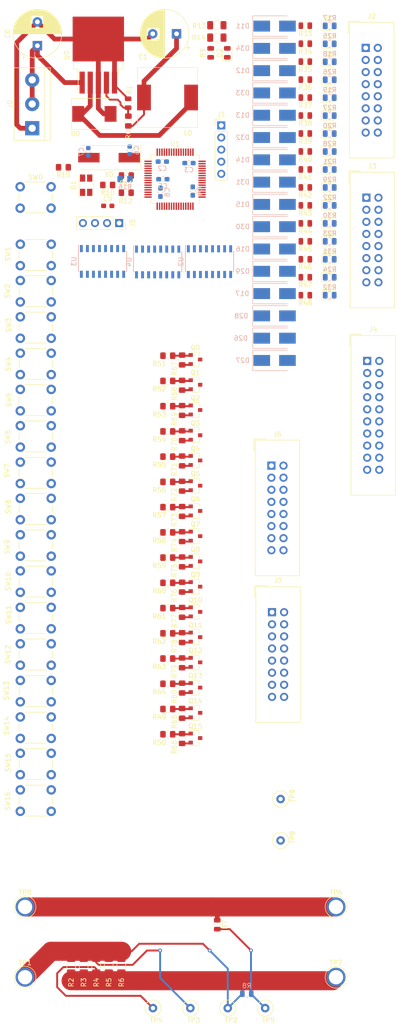
<source format=kicad_pcb>
(kicad_pcb (version 20171130) (host pcbnew "(5.1.0)-1")
  (layers (0 F.Cu signal) (31 B.Cu signal) (34 B.Paste user) (35 F.Paste user) (36 B.SilkS user) (37 F.SilkS user) (38 B.Mask user) (39 F.Mask user) (44 Edge.Cuts user))
  (net 0 "")
  (net 1 GNDD)
  (net 2 +24V)
  (net 3 VPP)
  (net 4 /CX_IN)
  (net 5 /CX_OUT)
  (net 6 /RESET)
  (net 7 "Net-(D1-Pad1)")
  (net 8 "Net-(D2-Pad2)")
  (net 9 "Net-(D3-Pad2)")
  (net 10 "Net-(D4-Pad2)")
  (net 11 "Net-(D5-Pad2)")
  (net 12 "Net-(D6-Pad2)")
  (net 13 "Net-(D7-Pad2)")
  (net 14 "Net-(D8-Pad2)")
  (net 15 "Net-(D9-Pad2)")
  (net 16 "Net-(D10-Pad2)")
  (net 17 "Net-(D11-Pad2)")
  (net 18 "Net-(D12-Pad2)")
  (net 19 "Net-(D13-Pad2)")
  (net 20 "Net-(D14-Pad2)")
  (net 21 "Net-(D15-Pad2)")
  (net 22 "Net-(D16-Pad2)")
  (net 23 "Net-(D17-Pad2)")
  (net 24 "Net-(D18-Pad2)")
  (net 25 "Net-(D19-Pad2)")
  (net 26 /SWDIO)
  (net 27 /SWDCL)
  (net 28 /CH8)
  (net 29 /CH7)
  (net 30 /CH6)
  (net 31 /CH5)
  (net 32 /CH4)
  (net 33 /CH3)
  (net 34 /CH2)
  (net 35 /CH1)
  (net 36 /CH16)
  (net 37 /CH15)
  (net 38 /CH14)
  (net 39 /CH13)
  (net 40 /CH12)
  (net 41 /CH11)
  (net 42 /CH10)
  (net 43 /CH9)
  (net 44 "Net-(Q1-Pad1)")
  (net 45 "Net-(Q2-Pad1)")
  (net 46 "Net-(Q3-Pad1)")
  (net 47 "Net-(Q4-Pad1)")
  (net 48 "Net-(Q5-Pad1)")
  (net 49 "Net-(Q6-Pad1)")
  (net 50 "Net-(Q7-Pad1)")
  (net 51 "Net-(Q8-Pad1)")
  (net 52 "Net-(Q9-Pad1)")
  (net 53 "Net-(Q10-Pad1)")
  (net 54 "Net-(Q11-Pad1)")
  (net 55 "Net-(Q12-Pad1)")
  (net 56 "Net-(Q13-Pad1)")
  (net 57 "Net-(Q14-Pad1)")
  (net 58 "Net-(Q15-Pad1)")
  (net 59 /G)
  (net 60 /R)
  (net 61 /B)
  (net 62 "Net-(R49-Pad2)")
  (net 63 "Net-(R50-Pad2)")
  (net 64 "Net-(R51-Pad2)")
  (net 65 "Net-(R52-Pad2)")
  (net 66 "Net-(R53-Pad2)")
  (net 67 "Net-(R54-Pad2)")
  (net 68 /1)
  (net 69 /2)
  (net 70 /3)
  (net 71 /4)
  (net 72 /5)
  (net 73 /6)
  (net 74 /7)
  (net 75 /8)
  (net 76 /9)
  (net 77 /10)
  (net 78 /11)
  (net 79 /12)
  (net 80 /13)
  (net 81 /14)
  (net 82 /15)
  (net 83 /16)
  (net 84 "Net-(U4-Pad9)")
  (net 85 "Net-(D20-Pad2)")
  (net 86 "Net-(D21-Pad2)")
  (net 87 "Net-(D22-Pad2)")
  (net 88 "Net-(D10-Pad1)")
  (net 89 "Net-(D11-Pad1)")
  (net 90 "Net-(D18-Pad1)")
  (net 91 "Net-(D19-Pad1)")
  (net 92 "Net-(D20-Pad1)")
  (net 93 "Net-(C9-Pad2)")
  (net 94 "Net-(D0-Pad1)")
  (net 95 "Net-(D1-Pad2)")
  (net 96 "Net-(D1-Pad3)")
  (net 97 "Net-(D21-Pad1)")
  (net 98 "Net-(D22-Pad1)")
  (net 99 "Net-(D23-Pad2)")
  (net 100 "Net-(D23-Pad1)")
  (net 101 "Net-(D24-Pad2)")
  (net 102 "Net-(D24-Pad1)")
  (net 103 "Net-(D25-Pad2)")
  (net 104 "Net-(D25-Pad1)")
  (net 105 "Net-(J2-Pad1)")
  (net 106 "Net-(J3-Pad11)")
  (net 107 "Net-(J5-Pad2)")
  (net 108 "Net-(J5-Pad3)")
  (net 109 "Net-(J5-Pad4)")
  (net 110 "Net-(Q0-Pad1)")
  (net 111 "Net-(R0-Pad1)")
  (net 112 "Net-(R2-Pad1)")
  (net 113 "Net-(R7-Pad1)")
  (net 114 "Net-(R7-Pad2)")
  (net 115 "Net-(R55-Pad2)")
  (net 116 "Net-(R56-Pad2)")
  (net 117 "Net-(R57-Pad2)")
  (net 118 "Net-(R58-Pad2)")
  (net 119 "Net-(R59-Pad2)")
  (net 120 "Net-(R60-Pad2)")
  (net 121 "Net-(R61-Pad2)")
  (net 122 "Net-(R62-Pad2)")
  (net 123 "Net-(R63-Pad2)")
  (net 124 "Net-(R64-Pad2)")
  (net 125 "Net-(U1-Pad2)")
  (net 126 "Net-(U1-Pad3)")
  (net 127 "Net-(U1-Pad4)")
  (net 128 "Net-(U1-Pad14)")
  (net 129 "Net-(U1-Pad38)")
  (net 130 "Net-(U1-Pad39)")
  (net 131 "Net-(U1-Pad40)")
  (net 132 "Net-(U1-Pad41)")
  (net 133 "Net-(U1-Pad42)")
  (net 134 "Net-(U1-Pad43)")
  (net 135 "Net-(U1-Pad44)")
  (net 136 "Net-(U1-Pad45)")
  (net 137 "Net-(U1-Pad50)")
  (net 138 "Net-(U1-Pad51)")
  (net 139 "Net-(U1-Pad52)")
  (net 140 "Net-(U1-Pad53)")
  (net 141 "Net-(U1-Pad54)")
  (net 142 "Net-(U1-Pad55)")
  (net 143 "Net-(U1-Pad56)")
  (net 144 "Net-(U1-Pad57)")
  (net 145 "Net-(U1-Pad58)")
  (net 146 "Net-(U1-Pad59)")
  (net 147 "Net-(U1-Pad61)")
  (net 148 "Net-(U1-Pad62)")
  (net 149 "Net-(U2-Pad3)")
  (net 150 "Net-(U2-Pad4)")
  (net 151 "Net-(U2-Pad5)")
  (net 152 "Net-(U2-Pad6)")
  (net 153 "Net-(U2-Pad7)")
  (net 154 "Net-(U2-Pad9)")
  (net 155 "Net-(U2-Pad10)")
  (net 156 "Net-(U2-Pad11)")
  (net 157 "Net-(U2-Pad12)")
  (net 158 "Net-(U2-Pad13)")
  (net 159 "Net-(U2-Pad14)")
  (net 160 "Net-(U3-Pad9)")
  (module Package_TO_SOT_SMD:SOT-23 (layer F.Cu) (at 80.7 195)
    (fp_text reference Q15 (at 0 -2.5) (layer F.SilkS))
    (fp_text value BC807)
    (pad 1 smd rect (at -1 -0.95) (size 0.9 0.8) (layers F.Cu F.Paste F.Mask) (net 58 "Net-(Q15-Pad1)"))
    (pad 2 smd rect (at -1 0.95) (size 0.9 0.8) (layers F.Cu F.Paste F.Mask) (net 2 +24V))
    (pad 3 smd rect (at 1 0) (size 0.9 0.8) (layers F.Cu F.Paste F.Mask) (net 36 /CH16))
  )
  (module Package_TO_SOT_SMD:SOT-23 (layer F.Cu) (at 80.7 189.7)
    (fp_text reference Q14 (at 0 -2.5) (layer F.SilkS))
    (fp_text value BC807)
    (pad 1 smd rect (at -1 -0.95) (size 0.9 0.8) (layers F.Cu F.Paste F.Mask) (net 57 "Net-(Q14-Pad1)"))
    (pad 2 smd rect (at -1 0.95) (size 0.9 0.8) (layers F.Cu F.Paste F.Mask) (net 2 +24V))
    (pad 3 smd rect (at 1 0) (size 0.9 0.8) (layers F.Cu F.Paste F.Mask) (net 37 /CH15))
  )
  (module Package_TO_SOT_SMD:SOT-23 (layer F.Cu) (at 80.7 184.4)
    (fp_text reference Q13 (at 0 -2.5) (layer F.SilkS))
    (fp_text value BC807)
    (pad 1 smd rect (at -1 -0.95) (size 0.9 0.8) (layers F.Cu F.Paste F.Mask) (net 56 "Net-(Q13-Pad1)"))
    (pad 2 smd rect (at -1 0.95) (size 0.9 0.8) (layers F.Cu F.Paste F.Mask) (net 2 +24V))
    (pad 3 smd rect (at 1 0) (size 0.9 0.8) (layers F.Cu F.Paste F.Mask) (net 38 /CH14))
  )
  (module Package_TO_SOT_SMD:SOT-23 (layer F.Cu) (at 80.7 179.1)
    (fp_text reference Q12 (at 0 -2.5) (layer F.SilkS))
    (fp_text value BC807)
    (pad 1 smd rect (at -1 -0.95) (size 0.9 0.8) (layers F.Cu F.Paste F.Mask) (net 55 "Net-(Q12-Pad1)"))
    (pad 2 smd rect (at -1 0.95) (size 0.9 0.8) (layers F.Cu F.Paste F.Mask) (net 2 +24V))
    (pad 3 smd rect (at 1 0) (size 0.9 0.8) (layers F.Cu F.Paste F.Mask) (net 39 /CH13))
  )
  (module Package_TO_SOT_SMD:SOT-23 (layer F.Cu) (at 80.7 173.8)
    (fp_text reference Q11 (at 0 -2.5) (layer F.SilkS))
    (fp_text value BC807)
    (pad 1 smd rect (at -1 -0.95) (size 0.9 0.8) (layers F.Cu F.Paste F.Mask) (net 54 "Net-(Q11-Pad1)"))
    (pad 2 smd rect (at -1 0.95) (size 0.9 0.8) (layers F.Cu F.Paste F.Mask) (net 2 +24V))
    (pad 3 smd rect (at 1 0) (size 0.9 0.8) (layers F.Cu F.Paste F.Mask) (net 40 /CH12))
  )
  (module Package_TO_SOT_SMD:SOT-23 (layer F.Cu) (at 80.7 168.5)
    (fp_text reference Q10 (at 0 -2.5) (layer F.SilkS))
    (fp_text value BC807)
    (pad 1 smd rect (at -1 -0.95) (size 0.9 0.8) (layers F.Cu F.Paste F.Mask) (net 53 "Net-(Q10-Pad1)"))
    (pad 2 smd rect (at -1 0.95) (size 0.9 0.8) (layers F.Cu F.Paste F.Mask) (net 2 +24V))
    (pad 3 smd rect (at 1 0) (size 0.9 0.8) (layers F.Cu F.Paste F.Mask) (net 41 /CH11))
  )
  (module Package_TO_SOT_SMD:SOT-23 (layer F.Cu) (at 80.7 163.2)
    (fp_text reference Q9 (at 0 -2.5) (layer F.SilkS))
    (fp_text value BC807)
    (pad 1 smd rect (at -1 -0.95) (size 0.9 0.8) (layers F.Cu F.Paste F.Mask) (net 52 "Net-(Q9-Pad1)"))
    (pad 2 smd rect (at -1 0.95) (size 0.9 0.8) (layers F.Cu F.Paste F.Mask) (net 2 +24V))
    (pad 3 smd rect (at 1 0) (size 0.9 0.8) (layers F.Cu F.Paste F.Mask) (net 42 /CH10))
  )
  (module Package_TO_SOT_SMD:SOT-23 (layer F.Cu) (at 80.7 157.9)
    (fp_text reference Q8 (at 0 -2.5) (layer F.SilkS))
    (fp_text value BC807)
    (pad 1 smd rect (at -1 -0.95) (size 0.9 0.8) (layers F.Cu F.Paste F.Mask) (net 51 "Net-(Q8-Pad1)"))
    (pad 2 smd rect (at -1 0.95) (size 0.9 0.8) (layers F.Cu F.Paste F.Mask) (net 2 +24V))
    (pad 3 smd rect (at 1 0) (size 0.9 0.8) (layers F.Cu F.Paste F.Mask) (net 43 /CH9))
  )
  (module Package_TO_SOT_SMD:SOT-23 (layer F.Cu) (at 80.7 152.6)
    (fp_text reference Q7 (at 0 -2.5) (layer F.SilkS))
    (fp_text value BC807)
    (pad 1 smd rect (at -1 -0.95) (size 0.9 0.8) (layers F.Cu F.Paste F.Mask) (net 50 "Net-(Q7-Pad1)"))
    (pad 2 smd rect (at -1 0.95) (size 0.9 0.8) (layers F.Cu F.Paste F.Mask) (net 2 +24V))
    (pad 3 smd rect (at 1 0) (size 0.9 0.8) (layers F.Cu F.Paste F.Mask) (net 28 /CH8))
  )
  (module Package_TO_SOT_SMD:SOT-23 (layer F.Cu) (at 80.7 147.3)
    (fp_text reference Q6 (at 0 -2.5) (layer F.SilkS))
    (fp_text value BC807)
    (pad 1 smd rect (at -1 -0.95) (size 0.9 0.8) (layers F.Cu F.Paste F.Mask) (net 49 "Net-(Q6-Pad1)"))
    (pad 2 smd rect (at -1 0.95) (size 0.9 0.8) (layers F.Cu F.Paste F.Mask) (net 2 +24V))
    (pad 3 smd rect (at 1 0) (size 0.9 0.8) (layers F.Cu F.Paste F.Mask) (net 29 /CH7))
  )
  (module Package_TO_SOT_SMD:SOT-23 (layer F.Cu) (at 80.7 142)
    (fp_text reference Q5 (at 0 -2.5) (layer F.SilkS))
    (fp_text value BC807)
    (pad 1 smd rect (at -1 -0.95) (size 0.9 0.8) (layers F.Cu F.Paste F.Mask) (net 48 "Net-(Q5-Pad1)"))
    (pad 2 smd rect (at -1 0.95) (size 0.9 0.8) (layers F.Cu F.Paste F.Mask) (net 2 +24V))
    (pad 3 smd rect (at 1 0) (size 0.9 0.8) (layers F.Cu F.Paste F.Mask) (net 30 /CH6))
  )
  (module Package_TO_SOT_SMD:SOT-23 (layer F.Cu) (at 80.7 136.7)
    (fp_text reference Q4 (at 0 -2.5) (layer F.SilkS))
    (fp_text value BC807)
    (pad 1 smd rect (at -1 -0.95) (size 0.9 0.8) (layers F.Cu F.Paste F.Mask) (net 47 "Net-(Q4-Pad1)"))
    (pad 2 smd rect (at -1 0.95) (size 0.9 0.8) (layers F.Cu F.Paste F.Mask) (net 2 +24V))
    (pad 3 smd rect (at 1 0) (size 0.9 0.8) (layers F.Cu F.Paste F.Mask) (net 31 /CH5))
  )
  (module Package_TO_SOT_SMD:SOT-23 (layer F.Cu) (at 80.7 131.4)
    (fp_text reference Q3 (at 0 -2.5) (layer F.SilkS))
    (fp_text value BC807)
    (pad 1 smd rect (at -1 -0.95) (size 0.9 0.8) (layers F.Cu F.Paste F.Mask) (net 46 "Net-(Q3-Pad1)"))
    (pad 2 smd rect (at -1 0.95) (size 0.9 0.8) (layers F.Cu F.Paste F.Mask) (net 2 +24V))
    (pad 3 smd rect (at 1 0) (size 0.9 0.8) (layers F.Cu F.Paste F.Mask) (net 32 /CH4))
  )
  (module Package_TO_SOT_SMD:SOT-23 (layer F.Cu) (at 80.7 126.1)
    (fp_text reference Q2 (at 0 -2.5) (layer F.SilkS))
    (fp_text value BC807)
    (pad 1 smd rect (at -1 -0.95) (size 0.9 0.8) (layers F.Cu F.Paste F.Mask) (net 45 "Net-(Q2-Pad1)"))
    (pad 2 smd rect (at -1 0.95) (size 0.9 0.8) (layers F.Cu F.Paste F.Mask) (net 2 +24V))
    (pad 3 smd rect (at 1 0) (size 0.9 0.8) (layers F.Cu F.Paste F.Mask) (net 33 /CH3))
  )
  (module Package_TO_SOT_SMD:SOT-23 (layer F.Cu) (at 80.7 120.8)
    (fp_text reference Q1 (at 0 -2.5) (layer F.SilkS))
    (fp_text value BC807)
    (pad 1 smd rect (at -1 -0.95) (size 0.9 0.8) (layers F.Cu F.Paste F.Mask) (net 44 "Net-(Q1-Pad1)"))
    (pad 2 smd rect (at -1 0.95) (size 0.9 0.8) (layers F.Cu F.Paste F.Mask) (net 2 +24V))
    (pad 3 smd rect (at 1 0) (size 0.9 0.8) (layers F.Cu F.Paste F.Mask) (net 34 /CH2))
  )
  (module Resistor_SMD:R_0805_2012Metric_Pad1.15x1.40mm_HandSolder (layer F.Cu) (at 74.9 194.2 180)
    (fp_text reference R50 (at 1.8 -1.7 180) (layer F.SilkS))
    (fp_text value 10k)
    (pad 2 smd roundrect (at 1.025 0 180) (size 1.15 1.4) (layers F.Cu F.Paste F.Mask) (roundrect_rratio 0.217391) (net 63 "Net-(R50-Pad2)"))
    (pad 1 smd roundrect (at -1.025 0 180) (size 1.15 1.4) (layers F.Cu F.Paste F.Mask) (roundrect_rratio 0.217391) (net 58 "Net-(Q15-Pad1)"))
  )
  (module Resistor_SMD:R_0805_2012Metric_Pad1.15x1.40mm_HandSolder (layer F.Cu) (at 74.9 188.9 180)
    (fp_text reference R49 (at 1.8 -1.7 180) (layer F.SilkS))
    (fp_text value 10k)
    (pad 2 smd roundrect (at 1.025 0 180) (size 1.15 1.4) (layers F.Cu F.Paste F.Mask) (roundrect_rratio 0.217391) (net 62 "Net-(R49-Pad2)"))
    (pad 1 smd roundrect (at -1.025 0 180) (size 1.15 1.4) (layers F.Cu F.Paste F.Mask) (roundrect_rratio 0.217391) (net 57 "Net-(Q14-Pad1)"))
  )
  (module Resistor_SMD:R_0805_2012Metric_Pad1.15x1.40mm_HandSolder (layer F.Cu) (at 74.9 183.6 180)
    (fp_text reference R64 (at 1.8 -1.7 180) (layer F.SilkS))
    (fp_text value 10k)
    (pad 2 smd roundrect (at 1.025 0 180) (size 1.15 1.4) (layers F.Cu F.Paste F.Mask) (roundrect_rratio 0.217391) (net 124 "Net-(R64-Pad2)"))
    (pad 1 smd roundrect (at -1.025 0 180) (size 1.15 1.4) (layers F.Cu F.Paste F.Mask) (roundrect_rratio 0.217391) (net 56 "Net-(Q13-Pad1)"))
  )
  (module Resistor_SMD:R_0805_2012Metric_Pad1.15x1.40mm_HandSolder (layer F.Cu) (at 74.9 178.3 180)
    (fp_text reference R63 (at 1.8 -1.7 180) (layer F.SilkS))
    (fp_text value 10k)
    (pad 2 smd roundrect (at 1.025 0 180) (size 1.15 1.4) (layers F.Cu F.Paste F.Mask) (roundrect_rratio 0.217391) (net 123 "Net-(R63-Pad2)"))
    (pad 1 smd roundrect (at -1.025 0 180) (size 1.15 1.4) (layers F.Cu F.Paste F.Mask) (roundrect_rratio 0.217391) (net 55 "Net-(Q12-Pad1)"))
  )
  (module Resistor_SMD:R_0805_2012Metric_Pad1.15x1.40mm_HandSolder (layer F.Cu) (at 74.9 173 180)
    (fp_text reference R62 (at 1.8 -1.7 180) (layer F.SilkS))
    (fp_text value 10k)
    (pad 2 smd roundrect (at 1.025 0 180) (size 1.15 1.4) (layers F.Cu F.Paste F.Mask) (roundrect_rratio 0.217391) (net 122 "Net-(R62-Pad2)"))
    (pad 1 smd roundrect (at -1.025 0 180) (size 1.15 1.4) (layers F.Cu F.Paste F.Mask) (roundrect_rratio 0.217391) (net 54 "Net-(Q11-Pad1)"))
  )
  (module Resistor_SMD:R_0805_2012Metric_Pad1.15x1.40mm_HandSolder (layer F.Cu) (at 74.9 167.7 180)
    (fp_text reference R61 (at 1.8 -1.7 180) (layer F.SilkS))
    (fp_text value 10k)
    (pad 2 smd roundrect (at 1.025 0 180) (size 1.15 1.4) (layers F.Cu F.Paste F.Mask) (roundrect_rratio 0.217391) (net 121 "Net-(R61-Pad2)"))
    (pad 1 smd roundrect (at -1.025 0 180) (size 1.15 1.4) (layers F.Cu F.Paste F.Mask) (roundrect_rratio 0.217391) (net 53 "Net-(Q10-Pad1)"))
  )
  (module Resistor_SMD:R_0805_2012Metric_Pad1.15x1.40mm_HandSolder (layer F.Cu) (at 74.9 162.4 180)
    (fp_text reference R60 (at 1.8 -1.7 180) (layer F.SilkS))
    (fp_text value 10k)
    (pad 2 smd roundrect (at 1.025 0 180) (size 1.15 1.4) (layers F.Cu F.Paste F.Mask) (roundrect_rratio 0.217391) (net 120 "Net-(R60-Pad2)"))
    (pad 1 smd roundrect (at -1.025 0 180) (size 1.15 1.4) (layers F.Cu F.Paste F.Mask) (roundrect_rratio 0.217391) (net 52 "Net-(Q9-Pad1)"))
  )
  (module Resistor_SMD:R_0805_2012Metric_Pad1.15x1.40mm_HandSolder (layer F.Cu) (at 74.9 157.1 180)
    (fp_text reference R59 (at 1.8 -1.7 180) (layer F.SilkS))
    (fp_text value 10k)
    (pad 2 smd roundrect (at 1.025 0 180) (size 1.15 1.4) (layers F.Cu F.Paste F.Mask) (roundrect_rratio 0.217391) (net 119 "Net-(R59-Pad2)"))
    (pad 1 smd roundrect (at -1.025 0 180) (size 1.15 1.4) (layers F.Cu F.Paste F.Mask) (roundrect_rratio 0.217391) (net 51 "Net-(Q8-Pad1)"))
  )
  (module Resistor_SMD:R_0805_2012Metric_Pad1.15x1.40mm_HandSolder (layer F.Cu) (at 74.9 151.8 180)
    (fp_text reference R58 (at 1.8 -1.7 180) (layer F.SilkS))
    (fp_text value 10k)
    (pad 2 smd roundrect (at 1.025 0 180) (size 1.15 1.4) (layers F.Cu F.Paste F.Mask) (roundrect_rratio 0.217391) (net 118 "Net-(R58-Pad2)"))
    (pad 1 smd roundrect (at -1.025 0 180) (size 1.15 1.4) (layers F.Cu F.Paste F.Mask) (roundrect_rratio 0.217391) (net 50 "Net-(Q7-Pad1)"))
  )
  (module Resistor_SMD:R_0805_2012Metric_Pad1.15x1.40mm_HandSolder (layer F.Cu) (at 74.9 146.5 180)
    (fp_text reference R57 (at 1.8 -1.7 180) (layer F.SilkS))
    (fp_text value 10k)
    (pad 2 smd roundrect (at 1.025 0 180) (size 1.15 1.4) (layers F.Cu F.Paste F.Mask) (roundrect_rratio 0.217391) (net 117 "Net-(R57-Pad2)"))
    (pad 1 smd roundrect (at -1.025 0 180) (size 1.15 1.4) (layers F.Cu F.Paste F.Mask) (roundrect_rratio 0.217391) (net 49 "Net-(Q6-Pad1)"))
  )
  (module Resistor_SMD:R_0805_2012Metric_Pad1.15x1.40mm_HandSolder (layer F.Cu) (at 74.9 141.2 180)
    (fp_text reference R56 (at 1.8 -1.7 180) (layer F.SilkS))
    (fp_text value 10k)
    (pad 2 smd roundrect (at 1.025 0 180) (size 1.15 1.4) (layers F.Cu F.Paste F.Mask) (roundrect_rratio 0.217391) (net 116 "Net-(R56-Pad2)"))
    (pad 1 smd roundrect (at -1.025 0 180) (size 1.15 1.4) (layers F.Cu F.Paste F.Mask) (roundrect_rratio 0.217391) (net 48 "Net-(Q5-Pad1)"))
  )
  (module Resistor_SMD:R_0805_2012Metric_Pad1.15x1.40mm_HandSolder (layer F.Cu) (at 74.9 135.9 180)
    (fp_text reference R55 (at 1.8 -1.7 180) (layer F.SilkS))
    (fp_text value 10k)
    (pad 2 smd roundrect (at 1.025 0 180) (size 1.15 1.4) (layers F.Cu F.Paste F.Mask) (roundrect_rratio 0.217391) (net 115 "Net-(R55-Pad2)"))
    (pad 1 smd roundrect (at -1.025 0 180) (size 1.15 1.4) (layers F.Cu F.Paste F.Mask) (roundrect_rratio 0.217391) (net 47 "Net-(Q4-Pad1)"))
  )
  (module Resistor_SMD:R_0805_2012Metric_Pad1.15x1.40mm_HandSolder (layer F.Cu) (at 74.9 130.6 180)
    (fp_text reference R54 (at 1.8 -1.7 180) (layer F.SilkS))
    (fp_text value 10k)
    (pad 2 smd roundrect (at 1.025 0 180) (size 1.15 1.4) (layers F.Cu F.Paste F.Mask) (roundrect_rratio 0.217391) (net 67 "Net-(R54-Pad2)"))
    (pad 1 smd roundrect (at -1.025 0 180) (size 1.15 1.4) (layers F.Cu F.Paste F.Mask) (roundrect_rratio 0.217391) (net 46 "Net-(Q3-Pad1)"))
  )
  (module Resistor_SMD:R_0805_2012Metric_Pad1.15x1.40mm_HandSolder (layer F.Cu) (at 74.9 125.3 180)
    (fp_text reference R53 (at 1.8 -1.7 180) (layer F.SilkS))
    (fp_text value 10k)
    (pad 2 smd roundrect (at 1.025 0 180) (size 1.15 1.4) (layers F.Cu F.Paste F.Mask) (roundrect_rratio 0.217391) (net 66 "Net-(R53-Pad2)"))
    (pad 1 smd roundrect (at -1.025 0 180) (size 1.15 1.4) (layers F.Cu F.Paste F.Mask) (roundrect_rratio 0.217391) (net 45 "Net-(Q2-Pad1)"))
  )
  (module Resistor_SMD:R_0805_2012Metric_Pad1.15x1.40mm_HandSolder (layer F.Cu) (at 74.9 120 180)
    (fp_text reference R52 (at 1.8 -1.7 180) (layer F.SilkS))
    (fp_text value 10k)
    (pad 2 smd roundrect (at 1.025 0 180) (size 1.15 1.4) (layers F.Cu F.Paste F.Mask) (roundrect_rratio 0.217391) (net 65 "Net-(R52-Pad2)"))
    (pad 1 smd roundrect (at -1.025 0 180) (size 1.15 1.4) (layers F.Cu F.Paste F.Mask) (roundrect_rratio 0.217391) (net 44 "Net-(Q1-Pad1)"))
  )
  (module Resistor_SMD:R_0805_2012Metric_Pad1.15x1.40mm_HandSolder (layer F.Cu) (at 77.9 195.1 90)
    (fp_text reference R66 (at -1.8 -1.65 90) (layer F.SilkS))
    (fp_text value 47k)
    (pad 1 smd roundrect (at -1.025 0 90) (size 1.15 1.4) (layers F.Cu F.Paste F.Mask) (roundrect_rratio 0.217391) (net 2 +24V))
    (pad 2 smd roundrect (at 1.025 0 90) (size 1.15 1.4) (layers F.Cu F.Paste F.Mask) (roundrect_rratio 0.217391) (net 58 "Net-(Q15-Pad1)"))
  )
  (module Resistor_SMD:R_0805_2012Metric_Pad1.15x1.40mm_HandSolder (layer F.Cu) (at 77.9 189.8 90)
    (fp_text reference R65 (at -1.8 -1.65 90) (layer F.SilkS))
    (fp_text value 47k)
    (pad 1 smd roundrect (at -1.025 0 90) (size 1.15 1.4) (layers F.Cu F.Paste F.Mask) (roundrect_rratio 0.217391) (net 2 +24V))
    (pad 2 smd roundrect (at 1.025 0 90) (size 1.15 1.4) (layers F.Cu F.Paste F.Mask) (roundrect_rratio 0.217391) (net 57 "Net-(Q14-Pad1)"))
  )
  (module Resistor_SMD:R_0805_2012Metric_Pad1.15x1.40mm_HandSolder (layer F.Cu) (at 77.9 184.5 90)
    (fp_text reference R80 (at -1.8 -1.65 90) (layer F.SilkS))
    (fp_text value 47k)
    (pad 1 smd roundrect (at -1.025 0 90) (size 1.15 1.4) (layers F.Cu F.Paste F.Mask) (roundrect_rratio 0.217391) (net 2 +24V))
    (pad 2 smd roundrect (at 1.025 0 90) (size 1.15 1.4) (layers F.Cu F.Paste F.Mask) (roundrect_rratio 0.217391) (net 56 "Net-(Q13-Pad1)"))
  )
  (module Resistor_SMD:R_0805_2012Metric_Pad1.15x1.40mm_HandSolder (layer F.Cu) (at 77.9 179.2 90)
    (fp_text reference R79 (at -1.8 -1.65 90) (layer F.SilkS))
    (fp_text value 47k)
    (pad 1 smd roundrect (at -1.025 0 90) (size 1.15 1.4) (layers F.Cu F.Paste F.Mask) (roundrect_rratio 0.217391) (net 2 +24V))
    (pad 2 smd roundrect (at 1.025 0 90) (size 1.15 1.4) (layers F.Cu F.Paste F.Mask) (roundrect_rratio 0.217391) (net 55 "Net-(Q12-Pad1)"))
  )
  (module Resistor_SMD:R_0805_2012Metric_Pad1.15x1.40mm_HandSolder (layer F.Cu) (at 77.9 173.9 90)
    (fp_text reference R78 (at -1.8 -1.65 90) (layer F.SilkS))
    (fp_text value 47k)
    (pad 1 smd roundrect (at -1.025 0 90) (size 1.15 1.4) (layers F.Cu F.Paste F.Mask) (roundrect_rratio 0.217391) (net 2 +24V))
    (pad 2 smd roundrect (at 1.025 0 90) (size 1.15 1.4) (layers F.Cu F.Paste F.Mask) (roundrect_rratio 0.217391) (net 54 "Net-(Q11-Pad1)"))
  )
  (module Resistor_SMD:R_0805_2012Metric_Pad1.15x1.40mm_HandSolder (layer F.Cu) (at 77.9 168.6 90)
    (fp_text reference R77 (at -1.8 -1.65 90) (layer F.SilkS))
    (fp_text value 47k)
    (pad 1 smd roundrect (at -1.025 0 90) (size 1.15 1.4) (layers F.Cu F.Paste F.Mask) (roundrect_rratio 0.217391) (net 2 +24V))
    (pad 2 smd roundrect (at 1.025 0 90) (size 1.15 1.4) (layers F.Cu F.Paste F.Mask) (roundrect_rratio 0.217391) (net 53 "Net-(Q10-Pad1)"))
  )
  (module Resistor_SMD:R_0805_2012Metric_Pad1.15x1.40mm_HandSolder (layer F.Cu) (at 77.9 163.3 90)
    (fp_text reference R76 (at -1.8 -1.65 90) (layer F.SilkS))
    (fp_text value 47k)
    (pad 1 smd roundrect (at -1.025 0 90) (size 1.15 1.4) (layers F.Cu F.Paste F.Mask) (roundrect_rratio 0.217391) (net 2 +24V))
    (pad 2 smd roundrect (at 1.025 0 90) (size 1.15 1.4) (layers F.Cu F.Paste F.Mask) (roundrect_rratio 0.217391) (net 52 "Net-(Q9-Pad1)"))
  )
  (module Resistor_SMD:R_0805_2012Metric_Pad1.15x1.40mm_HandSolder (layer F.Cu) (at 77.9 158 90)
    (fp_text reference R75 (at -1.8 -1.65 90) (layer F.SilkS))
    (fp_text value 47k)
    (pad 1 smd roundrect (at -1.025 0 90) (size 1.15 1.4) (layers F.Cu F.Paste F.Mask) (roundrect_rratio 0.217391) (net 2 +24V))
    (pad 2 smd roundrect (at 1.025 0 90) (size 1.15 1.4) (layers F.Cu F.Paste F.Mask) (roundrect_rratio 0.217391) (net 51 "Net-(Q8-Pad1)"))
  )
  (module Resistor_SMD:R_0805_2012Metric_Pad1.15x1.40mm_HandSolder (layer F.Cu) (at 77.9 152.7 90)
    (fp_text reference R74 (at -1.8 -1.65 90) (layer F.SilkS))
    (fp_text value 47k)
    (pad 1 smd roundrect (at -1.025 0 90) (size 1.15 1.4) (layers F.Cu F.Paste F.Mask) (roundrect_rratio 0.217391) (net 2 +24V))
    (pad 2 smd roundrect (at 1.025 0 90) (size 1.15 1.4) (layers F.Cu F.Paste F.Mask) (roundrect_rratio 0.217391) (net 50 "Net-(Q7-Pad1)"))
  )
  (module Resistor_SMD:R_0805_2012Metric_Pad1.15x1.40mm_HandSolder (layer F.Cu) (at 77.9 147.4 90)
    (fp_text reference R73 (at -1.8 -1.65 90) (layer F.SilkS))
    (fp_text value 47k)
    (pad 1 smd roundrect (at -1.025 0 90) (size 1.15 1.4) (layers F.Cu F.Paste F.Mask) (roundrect_rratio 0.217391) (net 2 +24V))
    (pad 2 smd roundrect (at 1.025 0 90) (size 1.15 1.4) (layers F.Cu F.Paste F.Mask) (roundrect_rratio 0.217391) (net 49 "Net-(Q6-Pad1)"))
  )
  (module Resistor_SMD:R_0805_2012Metric_Pad1.15x1.40mm_HandSolder (layer F.Cu) (at 77.9 142.1 90)
    (fp_text reference R72 (at -1.8 -1.65 90) (layer F.SilkS))
    (fp_text value 47k)
    (pad 1 smd roundrect (at -1.025 0 90) (size 1.15 1.4) (layers F.Cu F.Paste F.Mask) (roundrect_rratio 0.217391) (net 2 +24V))
    (pad 2 smd roundrect (at 1.025 0 90) (size 1.15 1.4) (layers F.Cu F.Paste F.Mask) (roundrect_rratio 0.217391) (net 48 "Net-(Q5-Pad1)"))
  )
  (module Resistor_SMD:R_0805_2012Metric_Pad1.15x1.40mm_HandSolder (layer F.Cu) (at 77.9 136.8 90)
    (fp_text reference R71 (at -1.8 -1.65 90) (layer F.SilkS))
    (fp_text value 47k)
    (pad 1 smd roundrect (at -1.025 0 90) (size 1.15 1.4) (layers F.Cu F.Paste F.Mask) (roundrect_rratio 0.217391) (net 2 +24V))
    (pad 2 smd roundrect (at 1.025 0 90) (size 1.15 1.4) (layers F.Cu F.Paste F.Mask) (roundrect_rratio 0.217391) (net 47 "Net-(Q4-Pad1)"))
  )
  (module Resistor_SMD:R_0805_2012Metric_Pad1.15x1.40mm_HandSolder (layer F.Cu) (at 77.9 131.5 90)
    (fp_text reference R70 (at -1.8 -1.65 90) (layer F.SilkS))
    (fp_text value 47k)
    (pad 1 smd roundrect (at -1.025 0 90) (size 1.15 1.4) (layers F.Cu F.Paste F.Mask) (roundrect_rratio 0.217391) (net 2 +24V))
    (pad 2 smd roundrect (at 1.025 0 90) (size 1.15 1.4) (layers F.Cu F.Paste F.Mask) (roundrect_rratio 0.217391) (net 46 "Net-(Q3-Pad1)"))
  )
  (module Resistor_SMD:R_0805_2012Metric_Pad1.15x1.40mm_HandSolder (layer F.Cu) (at 77.9 126.2 90)
    (fp_text reference R69 (at -1.8 -1.65 90) (layer F.SilkS))
    (fp_text value 47k)
    (pad 1 smd roundrect (at -1.025 0 90) (size 1.15 1.4) (layers F.Cu F.Paste F.Mask) (roundrect_rratio 0.217391) (net 2 +24V))
    (pad 2 smd roundrect (at 1.025 0 90) (size 1.15 1.4) (layers F.Cu F.Paste F.Mask) (roundrect_rratio 0.217391) (net 45 "Net-(Q2-Pad1)"))
  )
  (module Resistor_SMD:R_0805_2012Metric_Pad1.15x1.40mm_HandSolder (layer F.Cu) (at 77.9 120.9 90)
    (fp_text reference R68 (at -1.8 -1.65 90) (layer F.SilkS))
    (fp_text value 47k)
    (pad 1 smd roundrect (at -1.025 0 90) (size 1.15 1.4) (layers F.Cu F.Paste F.Mask) (roundrect_rratio 0.217391) (net 2 +24V))
    (pad 2 smd roundrect (at 1.025 0 90) (size 1.15 1.4) (layers F.Cu F.Paste F.Mask) (roundrect_rratio 0.217391) (net 44 "Net-(Q1-Pad1)"))
  )
  (module Capacitor_THT:CP_Radial_D10.0mm_P5.00mm (layer F.Cu) (at 47.48 49.6 90)
    (fp_text reference C0 (at 2.5 -6.25 90) (layer F.SilkS))
    (fp_text value "470uf 50v")
    (pad 1 thru_hole rect (at 0 0 90) (size 2 2) (drill 1) (layers *.Cu *.Mask) (net 2 +24V))
    (pad 2 thru_hole circle (at 5 0 90) (size 2 2) (drill 1) (layers *.Cu *.Mask) (net 1 GNDD))
  )
  (module Capacitor_THT:CP_Radial_D10.0mm_P5.00mm (layer F.Cu) (at 76.73 47.1 180)
    (fp_text reference C1 (at 7.02 -4.83 180) (layer F.SilkS))
    (fp_text value "220uf 50v")
    (pad 2 thru_hole circle (at 5 0 180) (size 2 2) (drill 1) (layers *.Cu *.Mask) (net 1 GNDD))
    (pad 1 thru_hole rect (at 0 0 180) (size 2 2) (drill 1) (layers *.Cu *.Mask) (net 3 VPP))
  )
  (module Capacitor_SMD:C_0603_1608Metric_Pad1.05x0.95mm_HandSolder (layer B.Cu) (at 73.74 73.94)
    (fp_text reference C2 (at 0 1.43) (layer B.SilkS) (effects (justify mirror)))
    (fp_text value "0.1 mkf")
    (pad 2 smd roundrect (at 0.875 0) (size 1.05 0.95) (layers B.Cu B.Paste B.Mask) (net 1 GNDD))
    (pad 1 smd roundrect (at -0.875 0) (size 1.05 0.95) (layers B.Cu B.Paste B.Mask) (net 3 VPP))
  )
  (module Capacitor_SMD:C_0603_1608Metric_Pad1.05x0.95mm_HandSolder (layer B.Cu) (at 79.34 74.25)
    (fp_text reference C3 (at 0 1.43) (layer B.SilkS) (effects (justify mirror)))
    (fp_text value "0.1 mkf")
    (pad 1 smd roundrect (at -0.875 0) (size 1.05 0.95) (layers B.Cu B.Paste B.Mask) (net 3 VPP))
    (pad 2 smd roundrect (at 0.875 0) (size 1.05 0.95) (layers B.Cu B.Paste B.Mask) (net 1 GNDD))
  )
  (module Capacitor_SMD:C_0603_1608Metric_Pad1.05x0.95mm_HandSolder (layer B.Cu) (at 80.14 80.13 90)
    (fp_text reference C4 (at 0 1.43 90) (layer B.SilkS) (effects (justify mirror)))
    (fp_text value "0.1 mkf")
    (pad 2 smd roundrect (at 0.875 0 90) (size 1.05 0.95) (layers B.Cu B.Paste B.Mask) (net 1 GNDD))
    (pad 1 smd roundrect (at -0.875 0 90) (size 1.05 0.95) (layers B.Cu B.Paste B.Mask) (net 3 VPP))
  )
  (module Capacitor_SMD:C_0603_1608Metric_Pad1.05x0.95mm_HandSolder (layer B.Cu) (at 73.85 77.63)
    (fp_text reference C5 (at 0 1.43) (layer B.SilkS) (effects (justify mirror)))
    (fp_text value "0.1 mkf")
    (pad 1 smd roundrect (at -0.875 0) (size 1.05 0.95) (layers B.Cu B.Paste B.Mask) (net 3 VPP))
    (pad 2 smd roundrect (at 0.875 0) (size 1.05 0.95) (layers B.Cu B.Paste B.Mask) (net 1 GNDD))
  )
  (module Capacitor_SMD:C_0603_1608Metric (layer B.Cu) (at 66.88 71.58 90)
    (fp_text reference C6 (at 0 1.43 90) (layer B.SilkS) (effects (justify mirror)))
    (fp_text value 18pF)
    (pad 2 smd roundrect (at 0.7875 0 90) (size 0.875 0.95) (layers B.Cu B.Paste B.Mask) (net 1 GNDD))
    (pad 1 smd roundrect (at -0.7875 0 90) (size 0.875 0.95) (layers B.Cu B.Paste B.Mask) (net 4 /CX_IN))
  )
  (module Capacitor_SMD:C_0603_1608Metric (layer B.Cu) (at 58.18 71.89 270)
    (fp_text reference C7 (at 0 1.43 270) (layer B.SilkS) (effects (justify mirror)))
    (fp_text value 18pF)
    (pad 1 smd roundrect (at -0.7875 0 270) (size 0.875 0.95) (layers B.Cu B.Paste B.Mask) (net 1 GNDD))
    (pad 2 smd roundrect (at 0.7875 0 270) (size 0.875 0.95) (layers B.Cu B.Paste B.Mask) (net 5 /CX_OUT))
  )
  (module Capacitor_SMD:C_0603_1608Metric_Pad1.05x0.95mm_HandSolder (layer B.Cu) (at 73.35 80.39 90)
    (fp_text reference C8 (at 0 1.43 90) (layer B.SilkS) (effects (justify mirror)))
    (fp_text value "0.1 mkf")
    (pad 2 smd roundrect (at 0.875 0 90) (size 1.05 0.95) (layers B.Cu B.Paste B.Mask) (net 1 GNDD))
    (pad 1 smd roundrect (at -0.875 0 90) (size 1.05 0.95) (layers B.Cu B.Paste B.Mask) (net 3 VPP))
  )
  (module Capacitor_SMD:C_0603_1608Metric_Pad1.05x0.95mm_HandSolder (layer F.Cu) (at 62.27 83.23)
    (fp_text reference C9 (at 0 -1.43) (layer F.SilkS))
    (fp_text value "0.1 mkf")
    (pad 2 smd roundrect (at 0.875 0) (size 1.05 0.95) (layers F.Cu F.Paste F.Mask) (net 93 "Net-(C9-Pad2)"))
    (pad 1 smd roundrect (at -0.875 0) (size 1.05 0.95) (layers F.Cu F.Paste F.Mask) (net 1 GNDD))
  )
  (module Diode_SMD:D_SMC (layer F.Cu) (at 59.46 63.92)
    (fp_text reference D0 (at -3.96 4.18) (layer F.SilkS))
    (fp_text value D_Schottky)
    (pad 2 smd rect (at 3.4 0 90) (size 3.3 2.5) (layers F.Cu F.Paste F.Mask) (net 1 GNDD))
    (pad 1 smd rect (at -3.4 0 90) (size 3.3 2.5) (layers F.Cu F.Paste F.Mask) (net 94 "Net-(D0-Pad1)"))
  )
  (module LED_SMD:LED_Avago_PLCC4_3.2x2.8mm_CW (layer F.Cu) (at 57.73 78.9 90)
    (fp_text reference D1 (at 0 -2.65 90) (layer F.SilkS))
    (fp_text value Led_RGB_CA_2)
    (pad 4 smd rect (at -1.5 0.75 90) (size 1.5 1.1) (layers F.Cu F.Paste F.Mask) (net 3 VPP))
    (pad 3 smd rect (at 1.5 0.75 90) (size 1.5 1.1) (layers F.Cu F.Paste F.Mask) (net 96 "Net-(D1-Pad3)"))
    (pad 2 smd rect (at 1.5 -0.75 90) (size 1.5 1.1) (layers F.Cu F.Paste F.Mask) (net 95 "Net-(D1-Pad2)"))
    (pad 1 smd rect (at -1.5 -0.75 90) (size 1.5 1.1) (layers F.Cu F.Paste F.Mask) (net 7 "Net-(D1-Pad1)"))
  )
  (module Diode_SMD:D_0805_2012Metric (layer F.Cu) (at 87.4 51.1 90)
    (fp_text reference D2 (at 0 -1.65 90) (layer F.SilkS))
    (fp_text value LED)
    (pad 2 smd roundrect (at 0.9375 0 90) (size 0.975 1.4) (layers F.Cu F.Paste F.Mask) (net 8 "Net-(D2-Pad2)"))
    (pad 1 smd roundrect (at -0.9375 0 90) (size 0.975 1.4) (layers F.Cu F.Paste F.Mask) (net 1 GNDD))
  )
  (module Diode_SMD:D_0805_2012Metric (layer F.Cu) (at 108.91 49.201333)
    (fp_text reference D18 (at 0 -1.65) (layer F.SilkS))
    (fp_text value LED)
    (pad 2 smd roundrect (at 0.9375 0) (size 0.975 1.4) (layers F.Cu F.Paste F.Mask) (net 24 "Net-(D18-Pad2)"))
    (pad 1 smd roundrect (at -0.9375 0) (size 0.975 1.4) (layers F.Cu F.Paste F.Mask) (net 90 "Net-(D18-Pad1)"))
  )
  (module Diode_SMD:D_0805_2012Metric (layer F.Cu) (at 108.91 45.43)
    (fp_text reference D3 (at 0 -1.65) (layer F.SilkS))
    (fp_text value LED)
    (pad 1 smd roundrect (at -0.9375 0) (size 0.975 1.4) (layers F.Cu F.Paste F.Mask) (net 17 "Net-(D11-Pad2)"))
    (pad 2 smd roundrect (at 0.9375 0) (size 0.975 1.4) (layers F.Cu F.Paste F.Mask) (net 9 "Net-(D3-Pad2)"))
  )
  (module Diode_SMD:D_0805_2012Metric (layer F.Cu) (at 108.91 56.743999)
    (fp_text reference D19 (at 0 -1.65) (layer F.SilkS))
    (fp_text value LED)
    (pad 2 smd roundrect (at 0.9375 0) (size 0.975 1.4) (layers F.Cu F.Paste F.Mask) (net 25 "Net-(D19-Pad2)"))
    (pad 1 smd roundrect (at -0.9375 0) (size 0.975 1.4) (layers F.Cu F.Paste F.Mask) (net 91 "Net-(D19-Pad1)"))
  )
  (module Diode_SMD:D_0805_2012Metric (layer F.Cu) (at 108.91 52.972666)
    (fp_text reference D4 (at 0 -1.65) (layer F.SilkS))
    (fp_text value LED)
    (pad 1 smd roundrect (at -0.9375 0) (size 0.975 1.4) (layers F.Cu F.Paste F.Mask) (net 18 "Net-(D12-Pad2)"))
    (pad 2 smd roundrect (at 0.9375 0) (size 0.975 1.4) (layers F.Cu F.Paste F.Mask) (net 10 "Net-(D4-Pad2)"))
  )
  (module Diode_SMD:D_0805_2012Metric (layer F.Cu) (at 108.91 64.286665)
    (fp_text reference D20 (at 0 -1.65) (layer F.SilkS))
    (fp_text value LED)
    (pad 2 smd roundrect (at 0.9375 0) (size 0.975 1.4) (layers F.Cu F.Paste F.Mask) (net 85 "Net-(D20-Pad2)"))
    (pad 1 smd roundrect (at -0.9375 0) (size 0.975 1.4) (layers F.Cu F.Paste F.Mask) (net 92 "Net-(D20-Pad1)"))
  )
  (module Diode_SMD:D_0805_2012Metric (layer F.Cu) (at 108.91 60.515332)
    (fp_text reference D5 (at 0 -1.65) (layer F.SilkS))
    (fp_text value LED)
    (pad 1 smd roundrect (at -0.9375 0) (size 0.975 1.4) (layers F.Cu F.Paste F.Mask) (net 19 "Net-(D13-Pad2)"))
    (pad 2 smd roundrect (at 0.9375 0) (size 0.975 1.4) (layers F.Cu F.Paste F.Mask) (net 11 "Net-(D5-Pad2)"))
  )
  (module Diode_SMD:D_0805_2012Metric (layer F.Cu) (at 108.91 71.829331)
    (fp_text reference D21 (at 0 -1.65) (layer F.SilkS))
    (fp_text value LED)
    (pad 2 smd roundrect (at 0.9375 0) (size 0.975 1.4) (layers F.Cu F.Paste F.Mask) (net 86 "Net-(D21-Pad2)"))
    (pad 1 smd roundrect (at -0.9375 0) (size 0.975 1.4) (layers F.Cu F.Paste F.Mask) (net 97 "Net-(D21-Pad1)"))
  )
  (module Diode_SMD:D_0805_2012Metric (layer F.Cu) (at 108.91 68.057998)
    (fp_text reference D6 (at 0 -1.65) (layer F.SilkS))
    (fp_text value LED)
    (pad 1 smd roundrect (at -0.9375 0) (size 0.975 1.4) (layers F.Cu F.Paste F.Mask) (net 20 "Net-(D14-Pad2)"))
    (pad 2 smd roundrect (at 0.9375 0) (size 0.975 1.4) (layers F.Cu F.Paste F.Mask) (net 12 "Net-(D6-Pad2)"))
  )
  (module Diode_SMD:D_0805_2012Metric (layer F.Cu) (at 108.91 79.371997)
    (fp_text reference D22 (at 0 -1.65) (layer F.SilkS))
    (fp_text value LED)
    (pad 1 smd roundrect (at -0.9375 0) (size 0.975 1.4) (layers F.Cu F.Paste F.Mask) (net 98 "Net-(D22-Pad1)"))
    (pad 2 smd roundrect (at 0.9375 0) (size 0.975 1.4) (layers F.Cu F.Paste F.Mask) (net 87 "Net-(D22-Pad2)"))
  )
  (module Diode_SMD:D_0805_2012Metric (layer F.Cu) (at 108.91 75.600664)
    (fp_text reference D7 (at 0 -1.65) (layer F.SilkS))
    (fp_text value LED)
    (pad 1 smd roundrect (at -0.9375 0) (size 0.975 1.4) (layers F.Cu F.Paste F.Mask) (net 21 "Net-(D15-Pad2)"))
    (pad 2 smd roundrect (at 0.9375 0) (size 0.975 1.4) (layers F.Cu F.Paste F.Mask) (net 13 "Net-(D7-Pad2)"))
  )
  (module Diode_SMD:D_0805_2012Metric (layer F.Cu) (at 108.91 86.914663)
    (fp_text reference D23 (at 0 -1.65) (layer F.SilkS))
    (fp_text value LED)
    (pad 2 smd roundrect (at 0.9375 0) (size 0.975 1.4) (layers F.Cu F.Paste F.Mask) (net 99 "Net-(D23-Pad2)"))
    (pad 1 smd roundrect (at -0.9375 0) (size 0.975 1.4) (layers F.Cu F.Paste F.Mask) (net 100 "Net-(D23-Pad1)"))
  )
  (module Diode_SMD:D_0805_2012Metric (layer F.Cu) (at 108.91 83.14333)
    (fp_text reference D8 (at 0 -1.65) (layer F.SilkS))
    (fp_text value LED)
    (pad 1 smd roundrect (at -0.9375 0) (size 0.975 1.4) (layers F.Cu F.Paste F.Mask) (net 22 "Net-(D16-Pad2)"))
    (pad 2 smd roundrect (at 0.9375 0) (size 0.975 1.4) (layers F.Cu F.Paste F.Mask) (net 14 "Net-(D8-Pad2)"))
  )
  (module Diode_SMD:D_0805_2012Metric (layer F.Cu) (at 108.91 94.457329)
    (fp_text reference D24 (at 0 -1.65) (layer F.SilkS))
    (fp_text value LED)
    (pad 2 smd roundrect (at 0.9375 0) (size 0.975 1.4) (layers F.Cu F.Paste F.Mask) (net 101 "Net-(D24-Pad2)"))
    (pad 1 smd roundrect (at -0.9375 0) (size 0.975 1.4) (layers F.Cu F.Paste F.Mask) (net 102 "Net-(D24-Pad1)"))
  )
  (module Diode_SMD:D_0805_2012Metric (layer F.Cu) (at 108.91 90.685996)
    (fp_text reference D9 (at 0 -1.65) (layer F.SilkS))
    (fp_text value LED)
    (pad 1 smd roundrect (at -0.9375 0) (size 0.975 1.4) (layers F.Cu F.Paste F.Mask) (net 23 "Net-(D17-Pad2)"))
    (pad 2 smd roundrect (at 0.9375 0) (size 0.975 1.4) (layers F.Cu F.Paste F.Mask) (net 15 "Net-(D9-Pad2)"))
  )
  (module Diode_SMD:D_0805_2012Metric (layer F.Cu) (at 108.91 102)
    (fp_text reference D25 (at 0 -1.65) (layer F.SilkS))
    (fp_text value LED)
    (pad 2 smd roundrect (at 0.9375 0) (size 0.975 1.4) (layers F.Cu F.Paste F.Mask) (net 103 "Net-(D25-Pad2)"))
    (pad 1 smd roundrect (at -0.9375 0) (size 0.975 1.4) (layers F.Cu F.Paste F.Mask) (net 104 "Net-(D25-Pad1)"))
  )
  (module Diode_SMD:D_0805_2012Metric (layer F.Cu) (at 108.91 98.228662)
    (fp_text reference D10 (at 0 -1.65) (layer F.SilkS))
    (fp_text value LED)
    (pad 1 smd roundrect (at -0.9375 0) (size 0.975 1.4) (layers F.Cu F.Paste F.Mask) (net 88 "Net-(D10-Pad1)"))
    (pad 2 smd roundrect (at 0.9375 0) (size 0.975 1.4) (layers F.Cu F.Paste F.Mask) (net 16 "Net-(D10-Pad2)"))
  )
  (module TerminalBlock:TerminalBlock_bornier-3_P5.08mm (layer F.Cu) (at 46.39 66.93 90)
    (fp_text reference J0 (at 5.05 -4.65 90) (layer F.SilkS))
    (fp_text value 24V)
    (pad 3 thru_hole circle (at 10.16 0 90) (size 3 3) (drill 1.52) (layers *.Cu *.Mask) (net 2 +24V))
    (pad 2 thru_hole circle (at 5.08 0 90) (size 3 3) (drill 1.52) (layers *.Cu *.Mask) (net 2 +24V))
    (pad 1 thru_hole rect (at 0 0 90) (size 3 3) (drill 1.52) (layers *.Cu *.Mask) (net 1 GNDD))
  )
  (module Connector_PinHeader_2.54mm:PinHeader_1x05_P2.54mm_Vertical (layer F.Cu) (at 86.13 66.34)
    (fp_text reference J1 (at 0 -2.33) (layer F.SilkS))
    (fp_text value Conn_01x05)
    (pad 5 thru_hole oval (at 0 10.16) (size 1.7 1.7) (drill 1) (layers *.Cu *.Mask) (net 3 VPP))
    (pad 4 thru_hole oval (at 0 7.62) (size 1.7 1.7) (drill 1) (layers *.Cu *.Mask) (net 27 /SWDCL))
    (pad 3 thru_hole oval (at 0 5.08) (size 1.7 1.7) (drill 1) (layers *.Cu *.Mask) (net 1 GNDD))
    (pad 2 thru_hole oval (at 0 2.54) (size 1.7 1.7) (drill 1) (layers *.Cu *.Mask) (net 26 /SWDIO))
    (pad 1 thru_hole rect (at 0 0) (size 1.7 1.7) (drill 1) (layers *.Cu *.Mask) (net 6 /RESET))
  )
  (module Connector_IDC:IDC-Header_2x08_P2.54mm_Vertical (layer F.Cu) (at 116.49 50.06)
    (fp_text reference J2 (at 1.27 -6.604) (layer F.SilkS))
    (fp_text value BYTE_0)
    (pad 1 thru_hole rect (at 0 0) (size 1.7272 1.7272) (drill 1.016) (layers *.Cu *.Mask) (net 105 "Net-(J2-Pad1)"))
    (pad 2 thru_hole oval (at 2.54 0) (size 1.7272 1.7272) (drill 1.016) (layers *.Cu *.Mask) (net 9 "Net-(D3-Pad2)"))
    (pad 3 thru_hole oval (at 0 2.54) (size 1.7272 1.7272) (drill 1.016) (layers *.Cu *.Mask) (net 105 "Net-(J2-Pad1)"))
    (pad 4 thru_hole oval (at 2.54 2.54) (size 1.7272 1.7272) (drill 1.016) (layers *.Cu *.Mask) (net 24 "Net-(D18-Pad2)"))
    (pad 5 thru_hole oval (at 0 5.08) (size 1.7272 1.7272) (drill 1.016) (layers *.Cu *.Mask) (net 105 "Net-(J2-Pad1)"))
    (pad 6 thru_hole oval (at 2.54 5.08) (size 1.7272 1.7272) (drill 1.016) (layers *.Cu *.Mask) (net 10 "Net-(D4-Pad2)"))
    (pad 7 thru_hole oval (at 0 7.62) (size 1.7272 1.7272) (drill 1.016) (layers *.Cu *.Mask) (net 105 "Net-(J2-Pad1)"))
    (pad 8 thru_hole oval (at 2.54 7.62) (size 1.7272 1.7272) (drill 1.016) (layers *.Cu *.Mask) (net 25 "Net-(D19-Pad2)"))
    (pad 9 thru_hole oval (at 0 10.16) (size 1.7272 1.7272) (drill 1.016) (layers *.Cu *.Mask) (net 2 +24V))
    (pad 10 thru_hole oval (at 2.54 10.16) (size 1.7272 1.7272) (drill 1.016) (layers *.Cu *.Mask) (net 11 "Net-(D5-Pad2)"))
    (pad 11 thru_hole oval (at 0 12.7) (size 1.7272 1.7272) (drill 1.016) (layers *.Cu *.Mask) (net 2 +24V))
    (pad 12 thru_hole oval (at 2.54 12.7) (size 1.7272 1.7272) (drill 1.016) (layers *.Cu *.Mask) (net 85 "Net-(D20-Pad2)"))
    (pad 13 thru_hole oval (at 0 15.24) (size 1.7272 1.7272) (drill 1.016) (layers *.Cu *.Mask) (net 2 +24V))
    (pad 14 thru_hole oval (at 2.54 15.24) (size 1.7272 1.7272) (drill 1.016) (layers *.Cu *.Mask) (net 12 "Net-(D6-Pad2)"))
    (pad 15 thru_hole oval (at 0 17.78) (size 1.7272 1.7272) (drill 1.016) (layers *.Cu *.Mask) (net 2 +24V))
    (pad 16 thru_hole oval (at 2.54 17.78) (size 1.7272 1.7272) (drill 1.016) (layers *.Cu *.Mask) (net 86 "Net-(D21-Pad2)"))
  )
  (module Connector_IDC:IDC-Header_2x08_P2.54mm_Vertical (layer F.Cu) (at 116.63 81.51)
    (fp_text reference J3 (at 1.27 -6.604) (layer F.SilkS))
    (fp_text value BYTE_1)
    (pad 1 thru_hole rect (at 0 0) (size 1.7272 1.7272) (drill 1.016) (layers *.Cu *.Mask) (net 1 GNDD))
    (pad 2 thru_hole oval (at 2.54 0) (size 1.7272 1.7272) (drill 1.016) (layers *.Cu *.Mask) (net 13 "Net-(D7-Pad2)"))
    (pad 3 thru_hole oval (at 0 2.54) (size 1.7272 1.7272) (drill 1.016) (layers *.Cu *.Mask) (net 1 GNDD))
    (pad 4 thru_hole oval (at 2.54 2.54) (size 1.7272 1.7272) (drill 1.016) (layers *.Cu *.Mask) (net 87 "Net-(D22-Pad2)"))
    (pad 5 thru_hole oval (at 0 5.08) (size 1.7272 1.7272) (drill 1.016) (layers *.Cu *.Mask) (net 1 GNDD))
    (pad 6 thru_hole oval (at 2.54 5.08) (size 1.7272 1.7272) (drill 1.016) (layers *.Cu *.Mask) (net 14 "Net-(D8-Pad2)"))
    (pad 7 thru_hole oval (at 0 7.62) (size 1.7272 1.7272) (drill 1.016) (layers *.Cu *.Mask) (net 1 GNDD))
    (pad 8 thru_hole oval (at 2.54 7.62) (size 1.7272 1.7272) (drill 1.016) (layers *.Cu *.Mask) (net 99 "Net-(D23-Pad2)"))
    (pad 9 thru_hole oval (at 0 10.16) (size 1.7272 1.7272) (drill 1.016) (layers *.Cu *.Mask) (net 106 "Net-(J3-Pad11)"))
    (pad 10 thru_hole oval (at 2.54 10.16) (size 1.7272 1.7272) (drill 1.016) (layers *.Cu *.Mask) (net 15 "Net-(D9-Pad2)"))
    (pad 11 thru_hole oval (at 0 12.7) (size 1.7272 1.7272) (drill 1.016) (layers *.Cu *.Mask) (net 106 "Net-(J3-Pad11)"))
    (pad 12 thru_hole oval (at 2.54 12.7) (size 1.7272 1.7272) (drill 1.016) (layers *.Cu *.Mask) (net 101 "Net-(D24-Pad2)"))
    (pad 13 thru_hole oval (at 0 15.24) (size 1.7272 1.7272) (drill 1.016) (layers *.Cu *.Mask) (net 106 "Net-(J3-Pad11)"))
    (pad 14 thru_hole oval (at 2.54 15.24) (size 1.7272 1.7272) (drill 1.016) (layers *.Cu *.Mask) (net 16 "Net-(D10-Pad2)"))
    (pad 15 thru_hole oval (at 0 17.78) (size 1.7272 1.7272) (drill 1.016) (layers *.Cu *.Mask) (net 106 "Net-(J3-Pad11)"))
    (pad 16 thru_hole oval (at 2.54 17.78) (size 1.7272 1.7272) (drill 1.016) (layers *.Cu *.Mask) (net 103 "Net-(D25-Pad2)"))
  )
  (module Connector_IDC:IDC-Header_2x10_P2.54mm_Vertical (layer F.Cu) (at 116.8 115.8)
    (fp_text reference J4 (at 1.27 -6.604) (layer F.SilkS))
    (fp_text value Conn_02x10_Odd_Even)
    (pad 1 thru_hole rect (at 0 0) (size 1.7272 1.7272) (drill 1.016) (layers *.Cu *.Mask) (net 9 "Net-(D3-Pad2)"))
    (pad 2 thru_hole oval (at 2.54 0) (size 1.7272 1.7272) (drill 1.016) (layers *.Cu *.Mask) (net 24 "Net-(D18-Pad2)"))
    (pad 3 thru_hole oval (at 0 2.54) (size 1.7272 1.7272) (drill 1.016) (layers *.Cu *.Mask) (net 10 "Net-(D4-Pad2)"))
    (pad 4 thru_hole oval (at 2.54 2.54) (size 1.7272 1.7272) (drill 1.016) (layers *.Cu *.Mask) (net 25 "Net-(D19-Pad2)"))
    (pad 5 thru_hole oval (at 0 5.08) (size 1.7272 1.7272) (drill 1.016) (layers *.Cu *.Mask) (net 11 "Net-(D5-Pad2)"))
    (pad 6 thru_hole oval (at 2.54 5.08) (size 1.7272 1.7272) (drill 1.016) (layers *.Cu *.Mask) (net 85 "Net-(D20-Pad2)"))
    (pad 7 thru_hole oval (at 0 7.62) (size 1.7272 1.7272) (drill 1.016) (layers *.Cu *.Mask) (net 12 "Net-(D6-Pad2)"))
    (pad 8 thru_hole oval (at 2.54 7.62) (size 1.7272 1.7272) (drill 1.016) (layers *.Cu *.Mask) (net 86 "Net-(D21-Pad2)"))
    (pad 9 thru_hole oval (at 0 10.16) (size 1.7272 1.7272) (drill 1.016) (layers *.Cu *.Mask) (net 13 "Net-(D7-Pad2)"))
    (pad 10 thru_hole oval (at 2.54 10.16) (size 1.7272 1.7272) (drill 1.016) (layers *.Cu *.Mask) (net 87 "Net-(D22-Pad2)"))
    (pad 11 thru_hole oval (at 0 12.7) (size 1.7272 1.7272) (drill 1.016) (layers *.Cu *.Mask) (net 14 "Net-(D8-Pad2)"))
    (pad 12 thru_hole oval (at 2.54 12.7) (size 1.7272 1.7272) (drill 1.016) (layers *.Cu *.Mask) (net 99 "Net-(D23-Pad2)"))
    (pad 13 thru_hole oval (at 0 15.24) (size 1.7272 1.7272) (drill 1.016) (layers *.Cu *.Mask) (net 15 "Net-(D9-Pad2)"))
    (pad 14 thru_hole oval (at 2.54 15.24) (size 1.7272 1.7272) (drill 1.016) (layers *.Cu *.Mask) (net 101 "Net-(D24-Pad2)"))
    (pad 15 thru_hole oval (at 0 17.78) (size 1.7272 1.7272) (drill 1.016) (layers *.Cu *.Mask) (net 16 "Net-(D10-Pad2)"))
    (pad 16 thru_hole oval (at 2.54 17.78) (size 1.7272 1.7272) (drill 1.016) (layers *.Cu *.Mask) (net 103 "Net-(D25-Pad2)"))
    (pad 17 thru_hole oval (at 0 20.32) (size 1.7272 1.7272) (drill 1.016) (layers *.Cu *.Mask) (net 2 +24V))
    (pad 18 thru_hole oval (at 2.54 20.32) (size 1.7272 1.7272) (drill 1.016) (layers *.Cu *.Mask) (net 1 GNDD))
    (pad 19 thru_hole oval (at 0 22.86) (size 1.7272 1.7272) (drill 1.016) (layers *.Cu *.Mask) (net 2 +24V))
    (pad 20 thru_hole oval (at 2.54 22.86) (size 1.7272 1.7272) (drill 1.016) (layers *.Cu *.Mask) (net 1 GNDD))
  )
  (module Connector_PinSocket_2.54mm:PinSocket_1x04_P2.54mm_Vertical (layer F.Cu) (at 64.67 86.85 270)
    (fp_text reference J5 (at 0 -2.77 270) (layer F.SilkS))
    (fp_text value Conn_01x04_Male)
    (pad 4 thru_hole oval (at 0 7.62 270) (size 1.7 1.7) (drill 1) (layers *.Cu *.Mask) (net 109 "Net-(J5-Pad4)"))
    (pad 3 thru_hole oval (at 0 5.08 270) (size 1.7 1.7) (drill 1) (layers *.Cu *.Mask) (net 108 "Net-(J5-Pad3)"))
    (pad 2 thru_hole oval (at 0 2.54 270) (size 1.7 1.7) (drill 1) (layers *.Cu *.Mask) (net 107 "Net-(J5-Pad2)"))
    (pad 1 thru_hole rect (at 0 0 270) (size 1.7 1.7) (drill 1) (layers *.Cu *.Mask) (net 1 GNDD))
  )
  (module Connector_IDC:IDC-Header_2x08_P2.54mm_Vertical (layer F.Cu) (at 96.67 137.78)
    (fp_text reference J6 (at 1.27 -6.604) (layer F.SilkS))
    (fp_text value "BYTE_0 DO8")
    (pad 1 thru_hole rect (at 0 0) (size 1.7272 1.7272) (drill 1.016) (layers *.Cu *.Mask) (net 35 /CH1))
    (pad 2 thru_hole oval (at 2.54 0) (size 1.7272 1.7272) (drill 1.016) (layers *.Cu *.Mask) (net 34 /CH2))
    (pad 3 thru_hole oval (at 0 2.54) (size 1.7272 1.7272) (drill 1.016) (layers *.Cu *.Mask) (net 33 /CH3))
    (pad 4 thru_hole oval (at 2.54 2.54) (size 1.7272 1.7272) (drill 1.016) (layers *.Cu *.Mask) (net 32 /CH4))
    (pad 5 thru_hole oval (at 0 5.08) (size 1.7272 1.7272) (drill 1.016) (layers *.Cu *.Mask) (net 31 /CH5))
    (pad 6 thru_hole oval (at 2.54 5.08) (size 1.7272 1.7272) (drill 1.016) (layers *.Cu *.Mask) (net 30 /CH6))
    (pad 7 thru_hole oval (at 0 7.62) (size 1.7272 1.7272) (drill 1.016) (layers *.Cu *.Mask) (net 29 /CH7))
    (pad 8 thru_hole oval (at 2.54 7.62) (size 1.7272 1.7272) (drill 1.016) (layers *.Cu *.Mask) (net 28 /CH8))
    (pad 9 thru_hole oval (at 0 10.16) (size 1.7272 1.7272) (drill 1.016) (layers *.Cu *.Mask) (net 2 +24V))
    (pad 10 thru_hole oval (at 2.54 10.16) (size 1.7272 1.7272) (drill 1.016) (layers *.Cu *.Mask) (net 2 +24V))
    (pad 11 thru_hole oval (at 0 12.7) (size 1.7272 1.7272) (drill 1.016) (layers *.Cu *.Mask) (net 2 +24V))
    (pad 12 thru_hole oval (at 2.54 12.7) (size 1.7272 1.7272) (drill 1.016) (layers *.Cu *.Mask) (net 1 GNDD))
    (pad 13 thru_hole oval (at 0 15.24) (size 1.7272 1.7272) (drill 1.016) (layers *.Cu *.Mask) (net 1 GNDD))
    (pad 14 thru_hole oval (at 2.54 15.24) (size 1.7272 1.7272) (drill 1.016) (layers *.Cu *.Mask) (net 1 GNDD))
    (pad 15 thru_hole oval (at 0 17.78) (size 1.7272 1.7272) (drill 1.016) (layers *.Cu *.Mask) (net 1 GNDD))
    (pad 16 thru_hole oval (at 2.54 17.78) (size 1.7272 1.7272) (drill 1.016) (layers *.Cu *.Mask) (net 1 GNDD))
  )
  (module Connector_IDC:IDC-Header_2x08_P2.54mm_Vertical (layer F.Cu) (at 96.8 168.57)
    (fp_text reference J7 (at 1.27 -6.604) (layer F.SilkS))
    (fp_text value "BYTE_1 DO8")
    (pad 1 thru_hole rect (at 0 0) (size 1.7272 1.7272) (drill 1.016) (layers *.Cu *.Mask) (net 43 /CH9))
    (pad 2 thru_hole oval (at 2.54 0) (size 1.7272 1.7272) (drill 1.016) (layers *.Cu *.Mask) (net 42 /CH10))
    (pad 3 thru_hole oval (at 0 2.54) (size 1.7272 1.7272) (drill 1.016) (layers *.Cu *.Mask) (net 41 /CH11))
    (pad 4 thru_hole oval (at 2.54 2.54) (size 1.7272 1.7272) (drill 1.016) (layers *.Cu *.Mask) (net 40 /CH12))
    (pad 5 thru_hole oval (at 0 5.08) (size 1.7272 1.7272) (drill 1.016) (layers *.Cu *.Mask) (net 39 /CH13))
    (pad 6 thru_hole oval (at 2.54 5.08) (size 1.7272 1.7272) (drill 1.016) (layers *.Cu *.Mask) (net 38 /CH14))
    (pad 7 thru_hole oval (at 0 7.62) (size 1.7272 1.7272) (drill 1.016) (layers *.Cu *.Mask) (net 37 /CH15))
    (pad 8 thru_hole oval (at 2.54 7.62) (size 1.7272 1.7272) (drill 1.016) (layers *.Cu *.Mask) (net 36 /CH16))
    (pad 9 thru_hole oval (at 0 10.16) (size 1.7272 1.7272) (drill 1.016) (layers *.Cu *.Mask) (net 2 +24V))
    (pad 10 thru_hole oval (at 2.54 10.16) (size 1.7272 1.7272) (drill 1.016) (layers *.Cu *.Mask) (net 2 +24V))
    (pad 11 thru_hole oval (at 0 12.7) (size 1.7272 1.7272) (drill 1.016) (layers *.Cu *.Mask) (net 2 +24V))
    (pad 12 thru_hole oval (at 2.54 12.7) (size 1.7272 1.7272) (drill 1.016) (layers *.Cu *.Mask) (net 1 GNDD))
    (pad 13 thru_hole oval (at 0 15.24) (size 1.7272 1.7272) (drill 1.016) (layers *.Cu *.Mask) (net 1 GNDD))
    (pad 14 thru_hole oval (at 2.54 15.24) (size 1.7272 1.7272) (drill 1.016) (layers *.Cu *.Mask) (net 1 GNDD))
    (pad 15 thru_hole oval (at 0 17.78) (size 1.7272 1.7272) (drill 1.016) (layers *.Cu *.Mask) (net 1 GNDD))
    (pad 16 thru_hole oval (at 2.54 17.78) (size 1.7272 1.7272) (drill 1.016) (layers *.Cu *.Mask) (net 1 GNDD))
  )
  (module Inductor_SMD:L_12x12mm_H8mm (layer F.Cu) (at 74.84 60.48 180)
    (fp_text reference L0 (at -4.31 -7.45 180) (layer F.SilkS))
    (fp_text value "33 uH")
    (pad 2 smd rect (at 4.95 0 180) (size 2.9 5.4) (layers F.Cu F.Paste F.Mask) (net 3 VPP))
    (pad 1 smd rect (at -4.95 0 180) (size 2.9 5.4) (layers F.Cu F.Paste F.Mask) (net 94 "Net-(D0-Pad1)"))
  )
  (module Package_TO_SOT_SMD:SOT-23 (layer F.Cu) (at 80.7 115.5)
    (fp_text reference Q0 (at 0 -2.5) (layer F.SilkS))
    (fp_text value BC807)
    (pad 3 smd rect (at 1 0) (size 0.9 0.8) (layers F.Cu F.Paste F.Mask) (net 35 /CH1))
    (pad 2 smd rect (at -1 0.95) (size 0.9 0.8) (layers F.Cu F.Paste F.Mask) (net 2 +24V))
    (pad 1 smd rect (at -1 -0.95) (size 0.9 0.8) (layers F.Cu F.Paste F.Mask) (net 110 "Net-(Q0-Pad1)"))
  )
  (module Resistor_SMD:R_0805_2012Metric_Pad1.15x1.40mm_HandSolder (layer F.Cu) (at 66.6 65.42 270)
    (fp_text reference R0 (at 2.86 0.01 270) (layer F.SilkS))
    (fp_text value 3.3k)
    (pad 1 smd roundrect (at -1.025 0 270) (size 1.15 1.4) (layers F.Cu F.Paste F.Mask) (roundrect_rratio 0.217391) (net 111 "Net-(R0-Pad1)"))
    (pad 2 smd roundrect (at 1.025 0 270) (size 1.15 1.4) (layers F.Cu F.Paste F.Mask) (roundrect_rratio 0.217391) (net 3 VPP))
  )
  (module Resistor_SMD:R_0805_2012Metric (layer F.Cu) (at 66.55 61.68 270)
    (fp_text reference R1 (at -2.8 -0.27 270) (layer F.SilkS))
    (fp_text value 1K)
    (pad 2 smd roundrect (at 0.9375 0 270) (size 0.975 1.4) (layers F.Cu F.Paste F.Mask) (net 111 "Net-(R0-Pad1)"))
    (pad 1 smd roundrect (at -0.9375 0 270) (size 0.975 1.4) (layers F.Cu F.Paste F.Mask) (net 1 GNDD))
  )
  (module Resistor_SMD:R_1206_3216Metric (layer F.Cu) (at 54.58 242.8 90)
    (fp_text reference R2 (at -3.53 0 90) (layer F.SilkS))
    (fp_text value 24R)
    (pad 1 smd roundrect (at -1.4 0 90) (size 1.25 1.75) (layers F.Cu F.Paste F.Mask) (roundrect_rratio 0.2) (net 112 "Net-(R2-Pad1)"))
    (pad 2 smd roundrect (at 1.4 0 90) (size 1.25 1.75) (layers F.Cu F.Paste F.Mask) (roundrect_rratio 0.2) (net 1 GNDD))
  )
  (module Resistor_SMD:R_1206_3216Metric (layer F.Cu) (at 57.2175 242.8 90)
    (fp_text reference R3 (at -3.51 0.005 90) (layer F.SilkS))
    (fp_text value 24R)
    (pad 2 smd roundrect (at 1.4 0 90) (size 1.25 1.75) (layers F.Cu F.Paste F.Mask) (roundrect_rratio 0.2) (net 1 GNDD))
    (pad 1 smd roundrect (at -1.4 0 90) (size 1.25 1.75) (layers F.Cu F.Paste F.Mask) (roundrect_rratio 0.2) (net 112 "Net-(R2-Pad1)"))
  )
  (module Resistor_SMD:R_1206_3216Metric (layer F.Cu) (at 59.855 242.8 90)
    (fp_text reference R4 (at -3.51 0.01 90) (layer F.SilkS))
    (fp_text value 24R)
    (pad 1 smd roundrect (at -1.4 0 90) (size 1.25 1.75) (layers F.Cu F.Paste F.Mask) (roundrect_rratio 0.2) (net 112 "Net-(R2-Pad1)"))
    (pad 2 smd roundrect (at 1.4 0 90) (size 1.25 1.75) (layers F.Cu F.Paste F.Mask) (roundrect_rratio 0.2) (net 1 GNDD))
  )
  (module Resistor_SMD:R_1206_3216Metric (layer F.Cu) (at 62.4925 242.8 90)
    (fp_text reference R5 (at -3.51 0.015 90) (layer F.SilkS))
    (fp_text value 24R)
    (pad 2 smd roundrect (at 1.4 0 90) (size 1.25 1.75) (layers F.Cu F.Paste F.Mask) (roundrect_rratio 0.2) (net 1 GNDD))
    (pad 1 smd roundrect (at -1.4 0 90) (size 1.25 1.75) (layers F.Cu F.Paste F.Mask) (roundrect_rratio 0.2) (net 112 "Net-(R2-Pad1)"))
  )
  (module Resistor_SMD:R_1206_3216Metric (layer F.Cu) (at 65.13 242.8 90)
    (fp_text reference R6 (at -3.51 0.02 90) (layer F.SilkS))
    (fp_text value 24R)
    (pad 1 smd roundrect (at -1.4 0 90) (size 1.25 1.75) (layers F.Cu F.Paste F.Mask) (roundrect_rratio 0.2) (net 112 "Net-(R2-Pad1)"))
    (pad 2 smd roundrect (at 1.4 0 90) (size 1.25 1.75) (layers F.Cu F.Paste F.Mask) (roundrect_rratio 0.2) (net 1 GNDD))
  )
  (module Resistor_SMD:R_0805_2012Metric (layer F.Cu) (at 85.29 234.19 270)
    (fp_text reference R7 (at 0 -1.65 270) (layer F.SilkS))
    (fp_text value 470k)
    (pad 1 smd roundrect (at -0.9375 0 270) (size 0.975 1.4) (layers F.Cu F.Paste F.Mask) (net 113 "Net-(R7-Pad1)"))
    (pad 2 smd roundrect (at 0.9375 0 270) (size 0.975 1.4) (layers F.Cu F.Paste F.Mask) (net 114 "Net-(R7-Pad2)"))
  )
  (module Resistor_SMD:R_0805_2012Metric (layer B.Cu) (at 91.5 248.68 180)
    (fp_text reference R8 (at 0 1.65 180) (layer B.SilkS) (effects (justify mirror)))
    (fp_text value 4.7k)
    (pad 2 smd roundrect (at 0.9375 0 180) (size 0.975 1.4) (layers B.Cu B.Paste B.Mask) (net 1 GNDD))
    (pad 1 smd roundrect (at -0.9375 0 180) (size 0.975 1.4) (layers B.Cu B.Paste B.Mask) (net 114 "Net-(R7-Pad2)"))
  )
  (module Resistor_SMD:R_0805_2012Metric (layer F.Cu) (at 83.9 51.1 90)
    (fp_text reference R9 (at 0 -1.65 90) (layer F.SilkS))
    (fp_text value 10k)
    (pad 2 smd roundrect (at 0.9375 0 90) (size 0.975 1.4) (layers F.Cu F.Paste F.Mask) (net 8 "Net-(D2-Pad2)"))
    (pad 1 smd roundrect (at -0.9375 0 90) (size 0.975 1.4) (layers F.Cu F.Paste F.Mask) (net 2 +24V))
  )
  (module Resistor_SMD:R_0805_2012Metric_Pad1.15x1.40mm_HandSolder (layer F.Cu) (at 62.26 78.85 180)
    (fp_text reference R10 (at 0 -1.65 180) (layer F.SilkS))
    (fp_text value 4.7k)
    (pad 1 smd roundrect (at -1.025 0 180) (size 1.15 1.4) (layers F.Cu F.Paste F.Mask) (roundrect_rratio 0.217391) (net 59 /G))
    (pad 2 smd roundrect (at 1.025 0 180) (size 1.15 1.4) (layers F.Cu F.Paste F.Mask) (roundrect_rratio 0.217391) (net 95 "Net-(D1-Pad2)"))
  )
  (module Resistor_SMD:R_0805_2012Metric_Pad1.15x1.40mm_HandSolder (layer F.Cu) (at 66.175 76.87 180)
    (fp_text reference R11 (at 0 -1.65 180) (layer F.SilkS))
    (fp_text value 4.7k)
    (pad 2 smd roundrect (at 1.025 0 180) (size 1.15 1.4) (layers F.Cu F.Paste F.Mask) (roundrect_rratio 0.217391) (net 96 "Net-(D1-Pad3)"))
    (pad 1 smd roundrect (at -1.025 0 180) (size 1.15 1.4) (layers F.Cu F.Paste F.Mask) (roundrect_rratio 0.217391) (net 60 /R))
  )
  (module Resistor_SMD:R_0805_2012Metric_Pad1.15x1.40mm_HandSolder (layer F.Cu) (at 66.16 80.47)
    (fp_text reference R12 (at -0.13 1.76) (layer F.SilkS))
    (fp_text value 4.7k)
    (pad 2 smd roundrect (at 1.025 0) (size 1.15 1.4) (layers F.Cu F.Paste F.Mask) (roundrect_rratio 0.217391) (net 7 "Net-(D1-Pad1)"))
    (pad 1 smd roundrect (at -1.025 0) (size 1.15 1.4) (layers F.Cu F.Paste F.Mask) (roundrect_rratio 0.217391) (net 61 /B))
  )
  (module Resistor_SMD:R_1206_3216Metric (layer F.Cu) (at 85.2 45.3 180)
    (fp_text reference R13 (at 3.7 -0.1 180) (layer F.SilkS))
    (fp_text value 24R)
    (pad 2 smd roundrect (at 1.4 0 180) (size 1.25 1.75) (layers F.Cu F.Paste F.Mask) (roundrect_rratio 0.2) (net 2 +24V))
    (pad 1 smd roundrect (at -1.4 0 180) (size 1.25 1.75) (layers F.Cu F.Paste F.Mask) (roundrect_rratio 0.2) (net 105 "Net-(J2-Pad1)"))
  )
  (module Resistor_SMD:R_1206_3216Metric (layer F.Cu) (at 85.2 47.9 180)
    (fp_text reference R14 (at 3.8 0 180) (layer F.SilkS))
    (fp_text value 24R)
    (pad 1 smd roundrect (at -1.4 0 180) (size 1.25 1.75) (layers F.Cu F.Paste F.Mask) (roundrect_rratio 0.2) (net 106 "Net-(J3-Pad11)"))
    (pad 2 smd roundrect (at 1.4 0 180) (size 1.25 1.75) (layers F.Cu F.Paste F.Mask) (roundrect_rratio 0.2) (net 2 +24V))
  )
  (module Resistor_SMD:R_0805_2012Metric_Pad1.15x1.40mm_HandSolder (layer F.Cu) (at 52.95 75.13 180)
    (fp_text reference R15 (at 0 -1.65 180) (layer F.SilkS))
    (fp_text value 10k)
    (pad 2 smd roundrect (at 1.025 0 180) (size 1.15 1.4) (layers F.Cu F.Paste F.Mask) (roundrect_rratio 0.217391) (net 93 "Net-(C9-Pad2)"))
    (pad 1 smd roundrect (at -1.025 0 180) (size 1.15 1.4) (layers F.Cu F.Paste F.Mask) (roundrect_rratio 0.217391) (net 3 VPP))
  )
  (module Resistor_SMD:R_0805_2012Metric (layer F.Cu) (at 103.8 45.4 180)
    (fp_text reference R33 (at 0 -1.65 180) (layer F.SilkS))
    (fp_text value 10k)
    (pad 2 smd roundrect (at 0.9375 0 180) (size 0.975 1.4) (layers F.Cu F.Paste F.Mask) (net 1 GNDD))
    (pad 1 smd roundrect (at -0.9375 0 180) (size 0.975 1.4) (layers F.Cu F.Paste F.Mask) (net 17 "Net-(D11-Pad2)"))
  )
  (module Resistor_SMD:R_0805_2012Metric (layer F.Cu) (at 103.8 49.173333 180)
    (fp_text reference R34 (at 0 -1.65 180) (layer F.SilkS))
    (fp_text value 10k)
    (pad 1 smd roundrect (at -0.9375 0 180) (size 0.975 1.4) (layers F.Cu F.Paste F.Mask) (net 90 "Net-(D18-Pad1)"))
    (pad 2 smd roundrect (at 0.9375 0 180) (size 0.975 1.4) (layers F.Cu F.Paste F.Mask) (net 1 GNDD))
  )
  (module Resistor_SMD:R_0805_2012Metric (layer F.Cu) (at 103.8 52.946666 180)
    (fp_text reference R35 (at 0 -1.65 180) (layer F.SilkS))
    (fp_text value 10k)
    (pad 2 smd roundrect (at 0.9375 0 180) (size 0.975 1.4) (layers F.Cu F.Paste F.Mask) (net 1 GNDD))
    (pad 1 smd roundrect (at -0.9375 0 180) (size 0.975 1.4) (layers F.Cu F.Paste F.Mask) (net 18 "Net-(D12-Pad2)"))
  )
  (module Resistor_SMD:R_0805_2012Metric (layer F.Cu) (at 103.8 56.719999 180)
    (fp_text reference R36 (at 0 -1.65 180) (layer F.SilkS))
    (fp_text value 10k)
    (pad 1 smd roundrect (at -0.9375 0 180) (size 0.975 1.4) (layers F.Cu F.Paste F.Mask) (net 91 "Net-(D19-Pad1)"))
    (pad 2 smd roundrect (at 0.9375 0 180) (size 0.975 1.4) (layers F.Cu F.Paste F.Mask) (net 1 GNDD))
  )
  (module Resistor_SMD:R_0805_2012Metric (layer F.Cu) (at 103.8 60.493332 180)
    (fp_text reference R37 (at 0 -1.65 180) (layer F.SilkS))
    (fp_text value 10k)
    (pad 2 smd roundrect (at 0.9375 0 180) (size 0.975 1.4) (layers F.Cu F.Paste F.Mask) (net 1 GNDD))
    (pad 1 smd roundrect (at -0.9375 0 180) (size 0.975 1.4) (layers F.Cu F.Paste F.Mask) (net 19 "Net-(D13-Pad2)"))
  )
  (module Resistor_SMD:R_0805_2012Metric (layer F.Cu) (at 103.8 64.266665 180)
    (fp_text reference R38 (at 0 -1.65 180) (layer F.SilkS))
    (fp_text value 10k)
    (pad 1 smd roundrect (at -0.9375 0 180) (size 0.975 1.4) (layers F.Cu F.Paste F.Mask) (net 92 "Net-(D20-Pad1)"))
    (pad 2 smd roundrect (at 0.9375 0 180) (size 0.975 1.4) (layers F.Cu F.Paste F.Mask) (net 1 GNDD))
  )
  (module Resistor_SMD:R_0805_2012Metric (layer F.Cu) (at 103.8 68.039998 180)
    (fp_text reference R39 (at 0 -1.65 180) (layer F.SilkS))
    (fp_text value 10k)
    (pad 2 smd roundrect (at 0.9375 0 180) (size 0.975 1.4) (layers F.Cu F.Paste F.Mask) (net 1 GNDD))
    (pad 1 smd roundrect (at -0.9375 0 180) (size 0.975 1.4) (layers F.Cu F.Paste F.Mask) (net 20 "Net-(D14-Pad2)"))
  )
  (module Resistor_SMD:R_0805_2012Metric (layer F.Cu) (at 103.8 71.813331 180)
    (fp_text reference R40 (at 0 -1.65 180) (layer F.SilkS))
    (fp_text value 10k)
    (pad 1 smd roundrect (at -0.9375 0 180) (size 0.975 1.4) (layers F.Cu F.Paste F.Mask) (net 97 "Net-(D21-Pad1)"))
    (pad 2 smd roundrect (at 0.9375 0 180) (size 0.975 1.4) (layers F.Cu F.Paste F.Mask) (net 1 GNDD))
  )
  (module Resistor_SMD:R_0805_2012Metric (layer F.Cu) (at 103.8 75.586664 180)
    (fp_text reference R41 (at 0 -1.65 180) (layer F.SilkS))
    (fp_text value 10k)
    (pad 1 smd roundrect (at -0.9375 0 180) (size 0.975 1.4) (layers F.Cu F.Paste F.Mask) (net 21 "Net-(D15-Pad2)"))
    (pad 2 smd roundrect (at 0.9375 0 180) (size 0.975 1.4) (layers F.Cu F.Paste F.Mask) (net 1 GNDD))
  )
  (module Resistor_SMD:R_0805_2012Metric (layer F.Cu) (at 103.8 79.359997 180)
    (fp_text reference R42 (at 0 -1.65 180) (layer F.SilkS))
    (fp_text value 10k)
    (pad 2 smd roundrect (at 0.9375 0 180) (size 0.975 1.4) (layers F.Cu F.Paste F.Mask) (net 1 GNDD))
    (pad 1 smd roundrect (at -0.9375 0 180) (size 0.975 1.4) (layers F.Cu F.Paste F.Mask) (net 98 "Net-(D22-Pad1)"))
  )
  (module Resistor_SMD:R_0805_2012Metric (layer F.Cu) (at 103.8 83.13333 180)
    (fp_text reference R43 (at 0 -1.65 180) (layer F.SilkS))
    (fp_text value 10k)
    (pad 1 smd roundrect (at -0.9375 0 180) (size 0.975 1.4) (layers F.Cu F.Paste F.Mask) (net 22 "Net-(D16-Pad2)"))
    (pad 2 smd roundrect (at 0.9375 0 180) (size 0.975 1.4) (layers F.Cu F.Paste F.Mask) (net 1 GNDD))
  )
  (module Resistor_SMD:R_0805_2012Metric (layer F.Cu) (at 103.8 86.906663 180)
    (fp_text reference R44 (at 0 -1.65 180) (layer F.SilkS))
    (fp_text value 10k)
    (pad 2 smd roundrect (at 0.9375 0 180) (size 0.975 1.4) (layers F.Cu F.Paste F.Mask) (net 1 GNDD))
    (pad 1 smd roundrect (at -0.9375 0 180) (size 0.975 1.4) (layers F.Cu F.Paste F.Mask) (net 100 "Net-(D23-Pad1)"))
  )
  (module Resistor_SMD:R_0805_2012Metric (layer F.Cu) (at 103.8 90.679996 180)
    (fp_text reference R45 (at 0 -1.65 180) (layer F.SilkS))
    (fp_text value 10k)
    (pad 1 smd roundrect (at -0.9375 0 180) (size 0.975 1.4) (layers F.Cu F.Paste F.Mask) (net 23 "Net-(D17-Pad2)"))
    (pad 2 smd roundrect (at 0.9375 0 180) (size 0.975 1.4) (layers F.Cu F.Paste F.Mask) (net 1 GNDD))
  )
  (module Resistor_SMD:R_0805_2012Metric (layer F.Cu) (at 103.8 94.453329 180)
    (fp_text reference R46 (at 0 -1.65 180) (layer F.SilkS))
    (fp_text value 10k)
    (pad 2 smd roundrect (at 0.9375 0 180) (size 0.975 1.4) (layers F.Cu F.Paste F.Mask) (net 1 GNDD))
    (pad 1 smd roundrect (at -0.9375 0 180) (size 0.975 1.4) (layers F.Cu F.Paste F.Mask) (net 102 "Net-(D24-Pad1)"))
  )
  (module Resistor_SMD:R_0805_2012Metric (layer F.Cu) (at 103.8 98.226662 180)
    (fp_text reference R47 (at 0 -1.65 180) (layer F.SilkS))
    (fp_text value 10k)
    (pad 1 smd roundrect (at -0.9375 0 180) (size 0.975 1.4) (layers F.Cu F.Paste F.Mask) (net 88 "Net-(D10-Pad1)"))
    (pad 2 smd roundrect (at 0.9375 0 180) (size 0.975 1.4) (layers F.Cu F.Paste F.Mask) (net 1 GNDD))
  )
  (module Resistor_SMD:R_0805_2012Metric (layer F.Cu) (at 103.8 102 180)
    (fp_text reference R48 (at 0 -1.65 180) (layer F.SilkS))
    (fp_text value 10k)
    (pad 2 smd roundrect (at 0.9375 0 180) (size 0.975 1.4) (layers F.Cu F.Paste F.Mask) (net 1 GNDD))
    (pad 1 smd roundrect (at -0.9375 0 180) (size 0.975 1.4) (layers F.Cu F.Paste F.Mask) (net 104 "Net-(D25-Pad1)"))
  )
  (module Resistor_SMD:R_0805_2012Metric_Pad1.15x1.40mm_HandSolder (layer F.Cu) (at 74.9 114.7 180)
    (fp_text reference R51 (at 1.8 -1.7 180) (layer F.SilkS))
    (fp_text value 10k)
    (pad 1 smd roundrect (at -1.025 0 180) (size 1.15 1.4) (layers F.Cu F.Paste F.Mask) (roundrect_rratio 0.217391) (net 110 "Net-(Q0-Pad1)"))
    (pad 2 smd roundrect (at 1.025 0 180) (size 1.15 1.4) (layers F.Cu F.Paste F.Mask) (roundrect_rratio 0.217391) (net 64 "Net-(R51-Pad2)"))
  )
  (module Resistor_SMD:R_0805_2012Metric_Pad1.15x1.40mm_HandSolder (layer F.Cu) (at 77.9 115.6 90)
    (fp_text reference R67 (at -1.8 -1.65 90) (layer F.SilkS))
    (fp_text value 47k)
    (pad 2 smd roundrect (at 1.025 0 90) (size 1.15 1.4) (layers F.Cu F.Paste F.Mask) (roundrect_rratio 0.217391) (net 110 "Net-(Q0-Pad1)"))
    (pad 1 smd roundrect (at -1.025 0 90) (size 1.15 1.4) (layers F.Cu F.Paste F.Mask) (roundrect_rratio 0.217391) (net 2 +24V))
  )
  (module Button_Switch_THT:SW_PUSH_6mm (layer F.Cu) (at 43.86 79.22)
    (fp_text reference SW0 (at 3.25 -2) (layer F.SilkS))
    (fp_text value SW_Push)
    (pad 1 thru_hole circle (at 6.5 0 90) (size 2 2) (drill 1.1) (layers *.Cu *.Mask) (net 1 GNDD))
    (pad 2 thru_hole circle (at 6.5 4.5 90) (size 2 2) (drill 1.1) (layers *.Cu *.Mask) (net 93 "Net-(C9-Pad2)"))
    (pad 1 thru_hole circle (at 0 0 90) (size 2 2) (drill 1.1) (layers *.Cu *.Mask) (net 1 GNDD))
    (pad 2 thru_hole circle (at 0 4.5 90) (size 2 2) (drill 1.1) (layers *.Cu *.Mask) (net 93 "Net-(C9-Pad2)"))
  )
  (module Button_Switch_THT:SW_PUSH_6mm (layer F.Cu) (at 43.89 91.29)
    (fp_text reference SW1 (at -2.6 2.09 90) (layer F.SilkS))
    (fp_text value SW_Push)
    (pad 2 thru_hole circle (at 0 4.5 90) (size 2 2) (drill 1.1) (layers *.Cu *.Mask) (net 68 /1))
    (pad 1 thru_hole circle (at 0 0 90) (size 2 2) (drill 1.1) (layers *.Cu *.Mask) (net 3 VPP))
    (pad 2 thru_hole circle (at 6.5 4.5 90) (size 2 2) (drill 1.1) (layers *.Cu *.Mask) (net 68 /1))
    (pad 1 thru_hole circle (at 6.5 0 90) (size 2 2) (drill 1.1) (layers *.Cu *.Mask) (net 3 VPP))
  )
  (module Button_Switch_THT:SW_PUSH_6mm (layer F.Cu) (at 43.89 98.91)
    (fp_text reference SW2 (at -2.68 2.22 90) (layer F.SilkS))
    (fp_text value SW_Push)
    (pad 1 thru_hole circle (at 6.5 0 90) (size 2 2) (drill 1.1) (layers *.Cu *.Mask) (net 3 VPP))
    (pad 2 thru_hole circle (at 6.5 4.5 90) (size 2 2) (drill 1.1) (layers *.Cu *.Mask) (net 69 /2))
    (pad 1 thru_hole circle (at 0 0 90) (size 2 2) (drill 1.1) (layers *.Cu *.Mask) (net 3 VPP))
    (pad 2 thru_hole circle (at 0 4.5 90) (size 2 2) (drill 1.1) (layers *.Cu *.Mask) (net 69 /2))
  )
  (module Button_Switch_THT:SW_PUSH_6mm (layer F.Cu) (at 43.89 106.54)
    (fp_text reference SW3 (at -2.46 1.73 90) (layer F.SilkS))
    (fp_text value SW_Push)
    (pad 2 thru_hole circle (at 0 4.5 90) (size 2 2) (drill 1.1) (layers *.Cu *.Mask) (net 70 /3))
    (pad 1 thru_hole circle (at 0 0 90) (size 2 2) (drill 1.1) (layers *.Cu *.Mask) (net 3 VPP))
    (pad 2 thru_hole circle (at 6.5 4.5 90) (size 2 2) (drill 1.1) (layers *.Cu *.Mask) (net 70 /3))
    (pad 1 thru_hole circle (at 6.5 0 90) (size 2 2) (drill 1.1) (layers *.Cu *.Mask) (net 3 VPP))
  )
  (module Button_Switch_THT:SW_PUSH_6mm (layer F.Cu) (at 43.89 114.17)
    (fp_text reference SW4 (at -2.48 2.28 90) (layer F.SilkS))
    (fp_text value SW_Push)
    (pad 1 thru_hole circle (at 6.5 0 90) (size 2 2) (drill 1.1) (layers *.Cu *.Mask) (net 3 VPP))
    (pad 2 thru_hole circle (at 6.5 4.5 90) (size 2 2) (drill 1.1) (layers *.Cu *.Mask) (net 71 /4))
    (pad 1 thru_hole circle (at 0 0 90) (size 2 2) (drill 1.1) (layers *.Cu *.Mask) (net 3 VPP))
    (pad 2 thru_hole circle (at 0 4.5 90) (size 2 2) (drill 1.1) (layers *.Cu *.Mask) (net 71 /4))
  )
  (module Button_Switch_THT:SW_PUSH_6mm (layer F.Cu) (at 43.89 121.78)
    (fp_text reference SW5 (at -2.37 2.17 90) (layer F.SilkS))
    (fp_text value SW_Push)
    (pad 2 thru_hole circle (at 0 4.5 90) (size 2 2) (drill 1.1) (layers *.Cu *.Mask) (net 72 /5))
    (pad 1 thru_hole circle (at 0 0 90) (size 2 2) (drill 1.1) (layers *.Cu *.Mask) (net 3 VPP))
    (pad 2 thru_hole circle (at 6.5 4.5 90) (size 2 2) (drill 1.1) (layers *.Cu *.Mask) (net 72 /5))
    (pad 1 thru_hole circle (at 6.5 0 90) (size 2 2) (drill 1.1) (layers *.Cu *.Mask) (net 3 VPP))
  )
  (module Button_Switch_THT:SW_PUSH_6mm (layer F.Cu) (at 43.89 129.4)
    (fp_text reference SW6 (at -2.64 2.4 90) (layer F.SilkS))
    (fp_text value SW_Push)
    (pad 1 thru_hole circle (at 6.5 0 90) (size 2 2) (drill 1.1) (layers *.Cu *.Mask) (net 3 VPP))
    (pad 2 thru_hole circle (at 6.5 4.5 90) (size 2 2) (drill 1.1) (layers *.Cu *.Mask) (net 73 /6))
    (pad 1 thru_hole circle (at 0 0 90) (size 2 2) (drill 1.1) (layers *.Cu *.Mask) (net 3 VPP))
    (pad 2 thru_hole circle (at 0 4.5 90) (size 2 2) (drill 1.1) (layers *.Cu *.Mask) (net 73 /6))
  )
  (module Button_Switch_THT:SW_PUSH_6mm (layer F.Cu) (at 43.89 137.05)
    (fp_text reference SW7 (at -2.79 1.8 90) (layer F.SilkS))
    (fp_text value SW_Push)
    (pad 2 thru_hole circle (at 0 4.5 90) (size 2 2) (drill 1.1) (layers *.Cu *.Mask) (net 74 /7))
    (pad 1 thru_hole circle (at 0 0 90) (size 2 2) (drill 1.1) (layers *.Cu *.Mask) (net 3 VPP))
    (pad 2 thru_hole circle (at 6.5 4.5 90) (size 2 2) (drill 1.1) (layers *.Cu *.Mask) (net 74 /7))
    (pad 1 thru_hole circle (at 6.5 0 90) (size 2 2) (drill 1.1) (layers *.Cu *.Mask) (net 3 VPP))
  )
  (module Button_Switch_THT:SW_PUSH_6mm (layer F.Cu) (at 43.89 144.65)
    (fp_text reference SW8 (at -2.51 1.76 90) (layer F.SilkS))
    (fp_text value SW_Push)
    (pad 1 thru_hole circle (at 6.5 0 90) (size 2 2) (drill 1.1) (layers *.Cu *.Mask) (net 3 VPP))
    (pad 2 thru_hole circle (at 6.5 4.5 90) (size 2 2) (drill 1.1) (layers *.Cu *.Mask) (net 75 /8))
    (pad 1 thru_hole circle (at 0 0 90) (size 2 2) (drill 1.1) (layers *.Cu *.Mask) (net 3 VPP))
    (pad 2 thru_hole circle (at 0 4.5 90) (size 2 2) (drill 1.1) (layers *.Cu *.Mask) (net 75 /8))
  )
  (module Button_Switch_THT:SW_PUSH_6mm (layer F.Cu) (at 43.89 152.3)
    (fp_text reference SW9 (at -2.73 2.54 90) (layer F.SilkS))
    (fp_text value SW_Push)
    (pad 1 thru_hole circle (at 6.5 0 90) (size 2 2) (drill 1.1) (layers *.Cu *.Mask) (net 3 VPP))
    (pad 2 thru_hole circle (at 6.5 4.5 90) (size 2 2) (drill 1.1) (layers *.Cu *.Mask) (net 76 /9))
    (pad 1 thru_hole circle (at 0 0 90) (size 2 2) (drill 1.1) (layers *.Cu *.Mask) (net 3 VPP))
    (pad 2 thru_hole circle (at 0 4.5 90) (size 2 2) (drill 1.1) (layers *.Cu *.Mask) (net 76 /9))
  )
  (module Button_Switch_THT:SW_PUSH_6mm (layer F.Cu) (at 43.89 159.89)
    (fp_text reference SW10 (at -2.55 2.23 90) (layer F.SilkS))
    (fp_text value SW_Push)
    (pad 1 thru_hole circle (at 6.5 0 90) (size 2 2) (drill 1.1) (layers *.Cu *.Mask) (net 3 VPP))
    (pad 2 thru_hole circle (at 6.5 4.5 90) (size 2 2) (drill 1.1) (layers *.Cu *.Mask) (net 77 /10))
    (pad 1 thru_hole circle (at 0 0 90) (size 2 2) (drill 1.1) (layers *.Cu *.Mask) (net 3 VPP))
    (pad 2 thru_hole circle (at 0 4.5 90) (size 2 2) (drill 1.1) (layers *.Cu *.Mask) (net 77 /10))
  )
  (module Button_Switch_THT:SW_PUSH_6mm (layer F.Cu) (at 43.89 167.55)
    (fp_text reference SW11 (at -2.46 1.54 90) (layer F.SilkS))
    (fp_text value SW_Push)
    (pad 2 thru_hole circle (at 0 4.5 90) (size 2 2) (drill 1.1) (layers *.Cu *.Mask) (net 78 /11))
    (pad 1 thru_hole circle (at 0 0 90) (size 2 2) (drill 1.1) (layers *.Cu *.Mask) (net 3 VPP))
    (pad 2 thru_hole circle (at 6.5 4.5 90) (size 2 2) (drill 1.1) (layers *.Cu *.Mask) (net 78 /11))
    (pad 1 thru_hole circle (at 6.5 0 90) (size 2 2) (drill 1.1) (layers *.Cu *.Mask) (net 3 VPP))
  )
  (module Button_Switch_THT:SW_PUSH_6mm (layer F.Cu) (at 43.89 175.2)
    (fp_text reference SW12 (at -2.62 2.24 90) (layer F.SilkS))
    (fp_text value SW_Push)
    (pad 2 thru_hole circle (at 0 4.5 90) (size 2 2) (drill 1.1) (layers *.Cu *.Mask) (net 79 /12))
    (pad 1 thru_hole circle (at 0 0 90) (size 2 2) (drill 1.1) (layers *.Cu *.Mask) (net 3 VPP))
    (pad 2 thru_hole circle (at 6.5 4.5 90) (size 2 2) (drill 1.1) (layers *.Cu *.Mask) (net 79 /12))
    (pad 1 thru_hole circle (at 6.5 0 90) (size 2 2) (drill 1.1) (layers *.Cu *.Mask) (net 3 VPP))
  )
  (module Button_Switch_THT:SW_PUSH_6mm (layer F.Cu) (at 43.89 182.89)
    (fp_text reference SW13 (at -2.93 2.16 90) (layer F.SilkS))
    (fp_text value SW_Push)
    (pad 1 thru_hole circle (at 6.5 0 90) (size 2 2) (drill 1.1) (layers *.Cu *.Mask) (net 3 VPP))
    (pad 2 thru_hole circle (at 6.5 4.5 90) (size 2 2) (drill 1.1) (layers *.Cu *.Mask) (net 80 /13))
    (pad 1 thru_hole circle (at 0 0 90) (size 2 2) (drill 1.1) (layers *.Cu *.Mask) (net 3 VPP))
    (pad 2 thru_hole circle (at 0 4.5 90) (size 2 2) (drill 1.1) (layers *.Cu *.Mask) (net 80 /13))
  )
  (module Button_Switch_THT:SW_PUSH_6mm (layer F.Cu) (at 43.89 190.57)
    (fp_text reference SW14 (at -2.83 1.86 90) (layer F.SilkS))
    (fp_text value SW_Push)
    (pad 2 thru_hole circle (at 0 4.5 90) (size 2 2) (drill 1.1) (layers *.Cu *.Mask) (net 81 /14))
    (pad 1 thru_hole circle (at 0 0 90) (size 2 2) (drill 1.1) (layers *.Cu *.Mask) (net 3 VPP))
    (pad 2 thru_hole circle (at 6.5 4.5 90) (size 2 2) (drill 1.1) (layers *.Cu *.Mask) (net 81 /14))
    (pad 1 thru_hole circle (at 6.5 0 90) (size 2 2) (drill 1.1) (layers *.Cu *.Mask) (net 3 VPP))
  )
  (module Button_Switch_THT:SW_PUSH_6mm (layer F.Cu) (at 43.89 198.19)
    (fp_text reference SW15 (at -2.57 1.98 90) (layer F.SilkS))
    (fp_text value SW_Push)
    (pad 1 thru_hole circle (at 6.5 0 90) (size 2 2) (drill 1.1) (layers *.Cu *.Mask) (net 3 VPP))
    (pad 2 thru_hole circle (at 6.5 4.5 90) (size 2 2) (drill 1.1) (layers *.Cu *.Mask) (net 82 /15))
    (pad 1 thru_hole circle (at 0 0 90) (size 2 2) (drill 1.1) (layers *.Cu *.Mask) (net 3 VPP))
    (pad 2 thru_hole circle (at 0 4.5 90) (size 2 2) (drill 1.1) (layers *.Cu *.Mask) (net 82 /15))
  )
  (module Button_Switch_THT:SW_PUSH_6mm (layer F.Cu) (at 43.89 205.88)
    (fp_text reference SW16 (at -2.65 2.37 90) (layer F.SilkS))
    (fp_text value SW_Push)
    (pad 2 thru_hole circle (at 0 4.5 90) (size 2 2) (drill 1.1) (layers *.Cu *.Mask) (net 83 /16))
    (pad 1 thru_hole circle (at 0 0 90) (size 2 2) (drill 1.1) (layers *.Cu *.Mask) (net 3 VPP))
    (pad 2 thru_hole circle (at 6.5 4.5 90) (size 2 2) (drill 1.1) (layers *.Cu *.Mask) (net 83 /16))
    (pad 1 thru_hole circle (at 6.5 0 90) (size 2 2) (drill 1.1) (layers *.Cu *.Mask) (net 3 VPP))
  )
  (module TestPoint:TestPoint_Plated_Hole_D3.0mm (layer F.Cu) (at 44.89 230.46)
    (fp_text reference TP0 (at 0 -3.048) (layer F.SilkS))
    (fp_text value "+ IN(Retom)")
    (pad 1 thru_hole circle (at 0 0) (size 4 4) (drill 3) (layers *.Cu *.Mask) (net 113 "Net-(R7-Pad1)"))
  )
  (module TestPoint:TestPoint_Plated_Hole_D3.0mm (layer F.Cu) (at 44.89 245.22)
    (fp_text reference TP1 (at 0 -3.048) (layer F.SilkS))
    (fp_text value "-  IN(Retom)")
    (pad 1 thru_hole circle (at 0 0) (size 4 4) (drill 3) (layers *.Cu *.Mask) (net 1 GNDD))
  )
  (module TestPoint:TestPoint_Loop_D2.60mm_Drill0.9mm_Beaded (layer F.Cu) (at 87.496666 251.71)
    (fp_text reference TP2 (at 0.7 2.5) (layer F.SilkS))
    (fp_text value OSC_GND)
    (pad 1 thru_hole circle (at 0 0) (size 1.8 1.8) (drill 0.9) (layers *.Cu *.Mask) (net 1 GNDD))
  )
  (module TestPoint:TestPoint_Loop_D2.60mm_Drill0.9mm_Beaded (layer F.Cu) (at 79.633333 251.71)
    (fp_text reference TP3 (at 0.7 2.5) (layer F.SilkS))
    (fp_text value OSC_GND)
    (pad 1 thru_hole circle (at 0 0) (size 1.8 1.8) (drill 0.9) (layers *.Cu *.Mask) (net 1 GNDD))
  )
  (module TestPoint:TestPoint_Loop_D2.60mm_Drill0.9mm_Beaded (layer F.Cu) (at 71.77 251.71)
    (fp_text reference TP4 (at 0.7 2.5) (layer F.SilkS))
    (fp_text value "OSC_I (out)")
    (pad 1 thru_hole circle (at 0 0) (size 1.8 1.8) (drill 0.9) (layers *.Cu *.Mask) (net 112 "Net-(R2-Pad1)"))
  )
  (module TestPoint:TestPoint_Loop_D2.60mm_Drill0.9mm_Beaded (layer F.Cu) (at 95.36 251.71)
    (fp_text reference TP5 (at 0.7 2.5) (layer F.SilkS))
    (fp_text value "OSC_U (out)")
    (pad 1 thru_hole circle (at 0 0) (size 1.8 1.8) (drill 0.9) (layers *.Cu *.Mask) (net 114 "Net-(R7-Pad2)"))
  )
  (module TestPoint:TestPoint_Plated_Hole_D3.0mm (layer F.Cu) (at 110.25 230.46)
    (fp_text reference TP6 (at 0 -3.048) (layer F.SilkS))
    (fp_text value "+ Out(DI_RJ)")
    (pad 1 thru_hole circle (at 0 0) (size 4 4) (drill 3) (layers *.Cu *.Mask) (net 113 "Net-(R7-Pad1)"))
  )
  (module TestPoint:TestPoint_Plated_Hole_D3.0mm (layer F.Cu) (at 110.25 245.22)
    (fp_text reference TP7 (at 0 -3.048) (layer F.SilkS))
    (fp_text value "- Out(DI_RJ)")
    (pad 1 thru_hole circle (at 0 0) (size 4 4) (drill 3) (layers *.Cu *.Mask) (net 112 "Net-(R2-Pad1)"))
  )
  (module Package_TO_SOT_SMD:TO-263-5_TabPin3 (layer F.Cu) (at 60.29 51.57 90)
    (fp_text reference U0 (at 0 -6.65 90) (layer F.SilkS))
    (fp_text value LM2596S-ADJ)
    (pad 3 smd rect (at 3.375 0 90) (size 9.4 10.8) (layers F.Cu F.Mask) (net 1 GNDD))
    (pad 5 smd rect (at -5.775 3.4 90) (size 4.6 1.1) (layers F.Cu F.Paste F.Mask) (net 1 GNDD))
    (pad 4 smd rect (at -5.775 1.7 90) (size 4.6 1.1) (layers F.Cu F.Paste F.Mask) (net 111 "Net-(R0-Pad1)"))
    (pad 3 smd rect (at -5.775 0 90) (size 4.6 1.1) (layers F.Cu F.Paste F.Mask) (net 1 GNDD))
    (pad 2 smd rect (at -5.775 -1.7 90) (size 4.6 1.1) (layers F.Cu F.Paste F.Mask) (net 94 "Net-(D0-Pad1)"))
    (pad 1 smd rect (at -5.775 -3.4 90) (size 4.6 1.1) (layers F.Cu F.Paste F.Mask) (net 2 +24V))
  )
  (module Package_QFP:LQFP-64_10x10mm_P0.5mm (layer F.Cu) (at 76.42 77.63)
    (fp_text reference U1 (at 0 -7.4) (layer F.SilkS))
    (fp_text value STM32F103RCTx)
    (pad 64 smd roundrect (at -3.75 -5.675) (size 0.3 1.55) (layers F.Cu F.Paste F.Mask) (net 3 VPP))
    (pad 63 smd roundrect (at -3.25 -5.675) (size 0.3 1.55) (layers F.Cu F.Paste F.Mask) (net 1 GNDD))
    (pad 62 smd roundrect (at -2.75 -5.675) (size 0.3 1.55) (layers F.Cu F.Paste F.Mask) (net 148 "Net-(U1-Pad62)"))
    (pad 61 smd roundrect (at -2.25 -5.675) (size 0.3 1.55) (layers F.Cu F.Paste F.Mask) (net 147 "Net-(U1-Pad61)"))
    (pad 60 smd roundrect (at -1.75 -5.675) (size 0.3 1.55) (layers F.Cu F.Paste F.Mask) (net 1 GNDD))
    (pad 59 smd roundrect (at -1.25 -5.675) (size 0.3 1.55) (layers F.Cu F.Paste F.Mask) (net 146 "Net-(U1-Pad59)"))
    (pad 58 smd roundrect (at -0.75 -5.675) (size 0.3 1.55) (layers F.Cu F.Paste F.Mask) (net 145 "Net-(U1-Pad58)"))
    (pad 57 smd roundrect (at -0.25 -5.675) (size 0.3 1.55) (layers F.Cu F.Paste F.Mask) (net 144 "Net-(U1-Pad57)"))
    (pad 56 smd roundrect (at 0.25 -5.675) (size 0.3 1.55) (layers F.Cu F.Paste F.Mask) (net 143 "Net-(U1-Pad56)"))
    (pad 55 smd roundrect (at 0.75 -5.675) (size 0.3 1.55) (layers F.Cu F.Paste F.Mask) (net 142 "Net-(U1-Pad55)"))
    (pad 54 smd roundrect (at 1.25 -5.675) (size 0.3 1.55) (layers F.Cu F.Paste F.Mask) (net 141 "Net-(U1-Pad54)"))
    (pad 53 smd roundrect (at 1.75 -5.675) (size 0.3 1.55) (layers F.Cu F.Paste F.Mask) (net 140 "Net-(U1-Pad53)"))
    (pad 52 smd roundrect (at 2.25 -5.675) (size 0.3 1.55) (layers F.Cu F.Paste F.Mask) (net 139 "Net-(U1-Pad52)"))
    (pad 51 smd roundrect (at 2.75 -5.675) (size 0.3 1.55) (layers F.Cu F.Paste F.Mask) (net 138 "Net-(U1-Pad51)"))
    (pad 50 smd roundrect (at 3.25 -5.675) (size 0.3 1.55) (layers F.Cu F.Paste F.Mask) (net 137 "Net-(U1-Pad50)"))
    (pad 49 smd roundrect (at 3.75 -5.675) (size 0.3 1.55) (layers F.Cu F.Paste F.Mask) (net 27 /SWDCL))
    (pad 48 smd roundrect (at 5.675 -3.75) (size 1.55 0.3) (layers F.Cu F.Paste F.Mask) (net 3 VPP))
    (pad 47 smd roundrect (at 5.675 -3.25) (size 1.55 0.3) (layers F.Cu F.Paste F.Mask) (net 1 GNDD))
    (pad 46 smd roundrect (at 5.675 -2.75) (size 1.55 0.3) (layers F.Cu F.Paste F.Mask) (net 26 /SWDIO))
    (pad 45 smd roundrect (at 5.675 -2.25) (size 1.55 0.3) (layers F.Cu F.Paste F.Mask) (net 136 "Net-(U1-Pad45)"))
    (pad 44 smd roundrect (at 5.675 -1.75) (size 1.55 0.3) (layers F.Cu F.Paste F.Mask) (net 135 "Net-(U1-Pad44)"))
    (pad 43 smd roundrect (at 5.675 -1.25) (size 1.55 0.3) (layers F.Cu F.Paste F.Mask) (net 134 "Net-(U1-Pad43)"))
    (pad 42 smd roundrect (at 5.675 -0.75) (size 1.55 0.3) (layers F.Cu F.Paste F.Mask) (net 133 "Net-(U1-Pad42)"))
    (pad 41 smd roundrect (at 5.675 -0.25) (size 1.55 0.3) (layers F.Cu F.Paste F.Mask) (net 132 "Net-(U1-Pad41)"))
    (pad 40 smd roundrect (at 5.675 0.25) (size 1.55 0.3) (layers F.Cu F.Paste F.Mask) (net 131 "Net-(U1-Pad40)"))
    (pad 39 smd roundrect (at 5.675 0.75) (size 1.55 0.3) (layers F.Cu F.Paste F.Mask) (net 130 "Net-(U1-Pad39)"))
    (pad 38 smd roundrect (at 5.675 1.25) (size 1.55 0.3) (layers F.Cu F.Paste F.Mask) (net 129 "Net-(U1-Pad38)"))
    (pad 37 smd roundrect (at 5.675 1.75) (size 1.55 0.3) (layers F.Cu F.Paste F.Mask) (net 83 /16))
    (pad 36 smd roundrect (at 5.675 2.25) (size 1.55 0.3) (layers F.Cu F.Paste F.Mask) (net 82 /15))
    (pad 35 smd roundrect (at 5.675 2.75) (size 1.55 0.3) (layers F.Cu F.Paste F.Mask) (net 81 /14))
    (pad 34 smd roundrect (at 5.675 3.25) (size 1.55 0.3) (layers F.Cu F.Paste F.Mask) (net 80 /13))
    (pad 33 smd roundrect (at 5.675 3.75) (size 1.55 0.3) (layers F.Cu F.Paste F.Mask) (net 79 /12))
    (pad 32 smd roundrect (at 3.75 5.675) (size 0.3 1.55) (layers F.Cu F.Paste F.Mask) (net 3 VPP))
    (pad 31 smd roundrect (at 3.25 5.675) (size 0.3 1.55) (layers F.Cu F.Paste F.Mask) (net 1 GNDD))
    (pad 30 smd roundrect (at 2.75 5.675) (size 0.3 1.55) (layers F.Cu F.Paste F.Mask) (net 78 /11))
    (pad 29 smd roundrect (at 2.25 5.675) (size 0.3 1.55) (layers F.Cu F.Paste F.Mask) (net 77 /10))
    (pad 28 smd roundrect (at 1.75 5.675) (size 0.3 1.55) (layers F.Cu F.Paste F.Mask) (net 76 /9))
    (pad 27 smd roundrect (at 1.25 5.675) (size 0.3 1.55) (layers F.Cu F.Paste F.Mask) (net 75 /8))
    (pad 26 smd roundrect (at 0.75 5.675) (size 0.3 1.55) (layers F.Cu F.Paste F.Mask) (net 74 /7))
    (pad 25 smd roundrect (at 0.25 5.675) (size 0.3 1.55) (layers F.Cu F.Paste F.Mask) (net 73 /6))
    (pad 24 smd roundrect (at -0.25 5.675) (size 0.3 1.55) (layers F.Cu F.Paste F.Mask) (net 72 /5))
    (pad 23 smd roundrect (at -0.75 5.675) (size 0.3 1.55) (layers F.Cu F.Paste F.Mask) (net 71 /4))
    (pad 22 smd roundrect (at -1.25 5.675) (size 0.3 1.55) (layers F.Cu F.Paste F.Mask) (net 70 /3))
    (pad 21 smd roundrect (at -1.75 5.675) (size 0.3 1.55) (layers F.Cu F.Paste F.Mask) (net 69 /2))
    (pad 20 smd roundrect (at -2.25 5.675) (size 0.3 1.55) (layers F.Cu F.Paste F.Mask) (net 68 /1))
    (pad 19 smd roundrect (at -2.75 5.675) (size 0.3 1.55) (layers F.Cu F.Paste F.Mask) (net 3 VPP))
    (pad 18 smd roundrect (at -3.25 5.675) (size 0.3 1.55) (layers F.Cu F.Paste F.Mask) (net 1 GNDD))
    (pad 17 smd roundrect (at -3.75 5.675) (size 0.3 1.55) (layers F.Cu F.Paste F.Mask) (net 107 "Net-(J5-Pad2)"))
    (pad 16 smd roundrect (at -5.675 3.75) (size 1.55 0.3) (layers F.Cu F.Paste F.Mask) (net 108 "Net-(J5-Pad3)"))
    (pad 15 smd roundrect (at -5.675 3.25) (size 1.55 0.3) (layers F.Cu F.Paste F.Mask) (net 109 "Net-(J5-Pad4)"))
    (pad 14 smd roundrect (at -5.675 2.75) (size 1.55 0.3) (layers F.Cu F.Paste F.Mask) (net 128 "Net-(U1-Pad14)"))
    (pad 13 smd roundrect (at -5.675 2.25) (size 1.55 0.3) (layers F.Cu F.Paste F.Mask) (net 3 VPP))
    (pad 12 smd roundrect (at -5.675 1.75) (size 1.55 0.3) (layers F.Cu F.Paste F.Mask) (net 1 GNDD))
    (pad 11 smd roundrect (at -5.675 1.25) (size 1.55 0.3) (layers F.Cu F.Paste F.Mask) (net 93 "Net-(C9-Pad2)"))
    (pad 10 smd roundrect (at -5.675 0.75) (size 1.55 0.3) (layers F.Cu F.Paste F.Mask) (net 61 /B))
    (pad 9 smd roundrect (at -5.675 0.25) (size 1.55 0.3) (layers F.Cu F.Paste F.Mask) (net 59 /G))
    (pad 8 smd roundrect (at -5.675 -0.25) (size 1.55 0.3) (layers F.Cu F.Paste F.Mask) (net 60 /R))
    (pad 7 smd roundrect (at -5.675 -0.75) (size 1.55 0.3) (layers F.Cu F.Paste F.Mask) (net 6 /RESET))
    (pad 6 smd roundrect (at -5.675 -1.25) (size 1.55 0.3) (layers F.Cu F.Paste F.Mask) (net 5 /CX_OUT))
    (pad 5 smd roundrect (at -5.675 -1.75) (size 1.55 0.3) (layers F.Cu F.Paste F.Mask) (net 4 /CX_IN))
    (pad 4 smd roundrect (at -5.675 -2.25) (size 1.55 0.3) (layers F.Cu F.Paste F.Mask) (net 127 "Net-(U1-Pad4)"))
    (pad 3 smd roundrect (at -5.675 -2.75) (size 1.55 0.3) (layers F.Cu F.Paste F.Mask) (net 126 "Net-(U1-Pad3)"))
    (pad 2 smd roundrect (at -5.675 -3.25) (size 1.55 0.3) (layers F.Cu F.Paste F.Mask) (net 125 "Net-(U1-Pad2)"))
    (pad 1 smd roundrect (at -5.675 -3.75) (size 1.55 0.3) (layers F.Cu F.Paste F.Mask) (net 3 VPP))
  )
  (module Package_SO:SOIC-16_3.9x9.9mm_P1.27mm (layer B.Cu) (at 83.66 94.95 270)
    (fp_text reference U2 (at 0 6 270) (layer B.SilkS) (effects (justify mirror)))
    (fp_text value ULN2003)
    (pad 16 smd rect (at 2.7 4.445 270) (size 1.5 0.6) (layers B.Cu B.Paste B.Mask) (net 62 "Net-(R49-Pad2)"))
    (pad 15 smd rect (at 2.7 3.175 270) (size 1.5 0.6) (layers B.Cu B.Paste B.Mask) (net 63 "Net-(R50-Pad2)"))
    (pad 14 smd rect (at 2.7 1.905 270) (size 1.5 0.6) (layers B.Cu B.Paste B.Mask) (net 159 "Net-(U2-Pad14)"))
    (pad 13 smd rect (at 2.7 0.635 270) (size 1.5 0.6) (layers B.Cu B.Paste B.Mask) (net 158 "Net-(U2-Pad13)"))
    (pad 12 smd rect (at 2.7 -0.635 270) (size 1.5 0.6) (layers B.Cu B.Paste B.Mask) (net 157 "Net-(U2-Pad12)"))
    (pad 11 smd rect (at 2.7 -1.905 270) (size 1.5 0.6) (layers B.Cu B.Paste B.Mask) (net 156 "Net-(U2-Pad11)"))
    (pad 10 smd rect (at 2.7 -3.175 270) (size 1.5 0.6) (layers B.Cu B.Paste B.Mask) (net 155 "Net-(U2-Pad10)"))
    (pad 9 smd rect (at 2.7 -4.445 270) (size 1.5 0.6) (layers B.Cu B.Paste B.Mask) (net 154 "Net-(U2-Pad9)"))
    (pad 8 smd rect (at -2.7 -4.445 270) (size 1.5 0.6) (layers B.Cu B.Paste B.Mask) (net 1 GNDD))
    (pad 7 smd rect (at -2.7 -3.175 270) (size 1.5 0.6) (layers B.Cu B.Paste B.Mask) (net 153 "Net-(U2-Pad7)"))
    (pad 6 smd rect (at -2.7 -1.905 270) (size 1.5 0.6) (layers B.Cu B.Paste B.Mask) (net 152 "Net-(U2-Pad6)"))
    (pad 5 smd rect (at -2.7 -0.635 270) (size 1.5 0.6) (layers B.Cu B.Paste B.Mask) (net 151 "Net-(U2-Pad5)"))
    (pad 4 smd rect (at -2.7 0.635 270) (size 1.5 0.6) (layers B.Cu B.Paste B.Mask) (net 150 "Net-(U2-Pad4)"))
    (pad 3 smd rect (at -2.7 1.905 270) (size 1.5 0.6) (layers B.Cu B.Paste B.Mask) (net 149 "Net-(U2-Pad3)"))
    (pad 2 smd rect (at -2.7 3.175 270) (size 1.5 0.6) (layers B.Cu B.Paste B.Mask) (net 83 /16))
    (pad 1 smd rect (at -2.7 4.445 270) (size 1.5 0.6) (layers B.Cu B.Paste B.Mask) (net 82 /15))
  )
  (module Package_SO:SOIC-16_3.9x9.9mm_P1.27mm (layer B.Cu) (at 61.17 94.9 270)
    (fp_text reference U3 (at 0 6 270) (layer B.SilkS) (effects (justify mirror)))
    (fp_text value ULN2003)
    (pad 16 smd rect (at 2.7 4.445 270) (size 1.5 0.6) (layers B.Cu B.Paste B.Mask) (net 64 "Net-(R51-Pad2)"))
    (pad 15 smd rect (at 2.7 3.175 270) (size 1.5 0.6) (layers B.Cu B.Paste B.Mask) (net 65 "Net-(R52-Pad2)"))
    (pad 14 smd rect (at 2.7 1.905 270) (size 1.5 0.6) (layers B.Cu B.Paste B.Mask) (net 66 "Net-(R53-Pad2)"))
    (pad 13 smd rect (at 2.7 0.635 270) (size 1.5 0.6) (layers B.Cu B.Paste B.Mask) (net 67 "Net-(R54-Pad2)"))
    (pad 12 smd rect (at 2.7 -0.635 270) (size 1.5 0.6) (layers B.Cu B.Paste B.Mask) (net 115 "Net-(R55-Pad2)"))
    (pad 11 smd rect (at 2.7 -1.905 270) (size 1.5 0.6) (layers B.Cu B.Paste B.Mask) (net 116 "Net-(R56-Pad2)"))
    (pad 10 smd rect (at 2.7 -3.175 270) (size 1.5 0.6) (layers B.Cu B.Paste B.Mask) (net 117 "Net-(R57-Pad2)"))
    (pad 9 smd rect (at 2.7 -4.445 270) (size 1.5 0.6) (layers B.Cu B.Paste B.Mask) (net 160 "Net-(U3-Pad9)"))
    (pad 8 smd rect (at -2.7 -4.445 270) (size 1.5 0.6) (layers B.Cu B.Paste B.Mask) (net 1 GNDD))
    (pad 7 smd rect (at -2.7 -3.175 270) (size 1.5 0.6) (layers B.Cu B.Paste B.Mask) (net 74 /7))
    (pad 6 smd rect (at -2.7 -1.905 270) (size 1.5 0.6) (layers B.Cu B.Paste B.Mask) (net 73 /6))
    (pad 5 smd rect (at -2.7 -0.635 270) (size 1.5 0.6) (layers B.Cu B.Paste B.Mask) (net 72 /5))
    (pad 4 smd rect (at -2.7 0.635 270) (size 1.5 0.6) (layers B.Cu B.Paste B.Mask) (net 71 /4))
    (pad 3 smd rect (at -2.7 1.905 270) (size 1.5 0.6) (layers B.Cu B.Paste B.Mask) (net 70 /3))
    (pad 2 smd rect (at -2.7 3.175 270) (size 1.5 0.6) (layers B.Cu B.Paste B.Mask) (net 69 /2))
    (pad 1 smd rect (at -2.7 4.445 270) (size 1.5 0.6) (layers B.Cu B.Paste B.Mask) (net 68 /1))
  )
  (module Package_SO:SOIC-16_3.9x9.9mm_P1.27mm (layer B.Cu) (at 72.76 95.01 270)
    (fp_text reference U4 (at 0 6 270) (layer B.SilkS) (effects (justify mirror)))
    (fp_text value ULN2003)
    (pad 1 smd rect (at -2.7 4.445 270) (size 1.5 0.6) (layers B.Cu B.Paste B.Mask) (net 75 /8))
    (pad 2 smd rect (at -2.7 3.175 270) (size 1.5 0.6) (layers B.Cu B.Paste B.Mask) (net 76 /9))
    (pad 3 smd rect (at -2.7 1.905 270) (size 1.5 0.6) (layers B.Cu B.Paste B.Mask) (net 77 /10))
    (pad 4 smd rect (at -2.7 0.635 270) (size 1.5 0.6) (layers B.Cu B.Paste B.Mask) (net 78 /11))
    (pad 5 smd rect (at -2.7 -0.635 270) (size 1.5 0.6) (layers B.Cu B.Paste B.Mask) (net 79 /12))
    (pad 6 smd rect (at -2.7 -1.905 270) (size 1.5 0.6) (layers B.Cu B.Paste B.Mask) (net 80 /13))
    (pad 7 smd rect (at -2.7 -3.175 270) (size 1.5 0.6) (layers B.Cu B.Paste B.Mask) (net 81 /14))
    (pad 8 smd rect (at -2.7 -4.445 270) (size 1.5 0.6) (layers B.Cu B.Paste B.Mask) (net 1 GNDD))
    (pad 9 smd rect (at 2.7 -4.445 270) (size 1.5 0.6) (layers B.Cu B.Paste B.Mask) (net 84 "Net-(U4-Pad9)"))
    (pad 10 smd rect (at 2.7 -3.175 270) (size 1.5 0.6) (layers B.Cu B.Paste B.Mask) (net 124 "Net-(R64-Pad2)"))
    (pad 11 smd rect (at 2.7 -1.905 270) (size 1.5 0.6) (layers B.Cu B.Paste B.Mask) (net 123 "Net-(R63-Pad2)"))
    (pad 12 smd rect (at 2.7 -0.635 270) (size 1.5 0.6) (layers B.Cu B.Paste B.Mask) (net 122 "Net-(R62-Pad2)"))
    (pad 13 smd rect (at 2.7 0.635 270) (size 1.5 0.6) (layers B.Cu B.Paste B.Mask) (net 121 "Net-(R61-Pad2)"))
    (pad 14 smd rect (at 2.7 1.905 270) (size 1.5 0.6) (layers B.Cu B.Paste B.Mask) (net 120 "Net-(R60-Pad2)"))
    (pad 15 smd rect (at 2.7 3.175 270) (size 1.5 0.6) (layers B.Cu B.Paste B.Mask) (net 119 "Net-(R59-Pad2)"))
    (pad 16 smd rect (at 2.7 4.445 270) (size 1.5 0.6) (layers B.Cu B.Paste B.Mask) (net 118 "Net-(R58-Pad2)"))
  )
  (module Crystal:Crystal_SMD_HC49-SD (layer F.Cu) (at 62.55 73.11 180)
    (fp_text reference Y0 (at 0 -3.55 180) (layer F.SilkS))
    (fp_text value Crystal_Small)
    (pad 2 smd rect (at 4.25 0 180) (size 4.5 2) (layers F.Cu F.Paste F.Mask) (net 5 /CX_OUT))
    (pad 1 smd rect (at -4.25 0 180) (size 4.5 2) (layers F.Cu F.Paste F.Mask) (net 4 /CX_IN))
  )
  (module Diode_SMD:D_SMB_Handsoldering (layer B.Cu) (at 97.34 45.48)
    (fp_text reference D11 (at -6.7 -0.02) (layer B.SilkS) (effects (justify mirror)))
    (fp_text value D)
    (pad 2 smd rect (at 2.7 0) (size 3.5 2.3) (layers B.Cu B.Paste B.Mask) (net 17 "Net-(D11-Pad2)"))
    (pad 1 smd rect (at -2.7 0) (size 3.5 2.3) (layers B.Cu B.Paste B.Mask) (net 89 "Net-(D11-Pad1)"))
  )
  (module Diode_SMD:D_SMB_Handsoldering (layer B.Cu) (at 97.34 54.842666)
    (fp_text reference D12 (at -6.7 -0.016666) (layer B.SilkS) (effects (justify mirror)))
    (fp_text value D)
    (pad 1 smd rect (at -2.7 0) (size 3.5 2.3) (layers B.Cu B.Paste B.Mask) (net 89 "Net-(D11-Pad1)"))
    (pad 2 smd rect (at 2.7 0) (size 3.5 2.3) (layers B.Cu B.Paste B.Mask) (net 18 "Net-(D12-Pad2)"))
  )
  (module Diode_SMD:D_SMB_Handsoldering (layer B.Cu) (at 97.34 64.205332)
    (fp_text reference D13 (at -6.7 -0.013332) (layer B.SilkS) (effects (justify mirror)))
    (fp_text value D)
    (pad 2 smd rect (at 2.7 0) (size 3.5 2.3) (layers B.Cu B.Paste B.Mask) (net 19 "Net-(D13-Pad2)"))
    (pad 1 smd rect (at -2.7 0) (size 3.5 2.3) (layers B.Cu B.Paste B.Mask) (net 89 "Net-(D11-Pad1)"))
  )
  (module Diode_SMD:D_SMB_Handsoldering (layer B.Cu) (at 97.34 73.567998)
    (fp_text reference D14 (at -6.7 -0.009998) (layer B.SilkS) (effects (justify mirror)))
    (fp_text value D)
    (pad 1 smd rect (at -2.7 0) (size 3.5 2.3) (layers B.Cu B.Paste B.Mask) (net 89 "Net-(D11-Pad1)"))
    (pad 2 smd rect (at 2.7 0) (size 3.5 2.3) (layers B.Cu B.Paste B.Mask) (net 20 "Net-(D14-Pad2)"))
  )
  (module Diode_SMD:D_SMB_Handsoldering (layer B.Cu) (at 97.34 82.930664)
    (fp_text reference D15 (at -6.7 -0.006664) (layer B.SilkS) (effects (justify mirror)))
    (fp_text value D)
    (pad 2 smd rect (at 2.7 0) (size 3.5 2.3) (layers B.Cu B.Paste B.Mask) (net 21 "Net-(D15-Pad2)"))
    (pad 1 smd rect (at -2.7 0) (size 3.5 2.3) (layers B.Cu B.Paste B.Mask) (net 89 "Net-(D11-Pad1)"))
  )
  (module Diode_SMD:D_SMB_Handsoldering (layer B.Cu) (at 97.34 92.29333)
    (fp_text reference D16 (at -6.7 -0.00333) (layer B.SilkS) (effects (justify mirror)))
    (fp_text value D)
    (pad 1 smd rect (at -2.7 0) (size 3.5 2.3) (layers B.Cu B.Paste B.Mask) (net 89 "Net-(D11-Pad1)"))
    (pad 2 smd rect (at 2.7 0) (size 3.5 2.3) (layers B.Cu B.Paste B.Mask) (net 22 "Net-(D16-Pad2)"))
  )
  (module Diode_SMD:D_SMB_Handsoldering (layer B.Cu) (at 97.34 101.655996)
    (fp_text reference D17 (at -6.8 0) (layer B.SilkS) (effects (justify mirror)))
    (fp_text value D)
    (pad 1 smd rect (at -2.7 0) (size 3.5 2.3) (layers B.Cu B.Paste B.Mask) (net 89 "Net-(D11-Pad1)"))
    (pad 2 smd rect (at 2.7 0) (size 3.5 2.3) (layers B.Cu B.Paste B.Mask) (net 23 "Net-(D17-Pad2)"))
  )
  (module Diode_SMD:D_SMB_Handsoldering (layer B.Cu) (at 97.34 111.018662)
    (fp_text reference D26 (at -7.1 0) (layer B.SilkS) (effects (justify mirror)))
    (fp_text value D)
    (pad 2 smd rect (at 2.7 0) (size 3.5 2.3) (layers B.Cu B.Paste B.Mask) (net 88 "Net-(D10-Pad1)"))
    (pad 1 smd rect (at -2.7 0) (size 3.5 2.3) (layers B.Cu B.Paste B.Mask) (net 89 "Net-(D11-Pad1)"))
  )
  (module Diode_SMD:D_SMB_Handsoldering (layer B.Cu) (at 97.34 115.7)
    (fp_text reference D27 (at -6.7 0) (layer B.SilkS) (effects (justify mirror)))
    (fp_text value D)
    (pad 2 smd rect (at 2.7 0) (size 3.5 2.3) (layers B.Cu B.Paste B.Mask) (net 104 "Net-(D25-Pad1)"))
    (pad 1 smd rect (at -2.7 0) (size 3.5 2.3) (layers B.Cu B.Paste B.Mask) (net 89 "Net-(D11-Pad1)"))
  )
  (module Diode_SMD:D_SMB_Handsoldering (layer B.Cu) (at 97.34 106.337329)
    (fp_text reference D28 (at -7 0) (layer B.SilkS) (effects (justify mirror)))
    (fp_text value D)
    (pad 2 smd rect (at 2.7 0) (size 3.5 2.3) (layers B.Cu B.Paste B.Mask) (net 102 "Net-(D24-Pad1)"))
    (pad 1 smd rect (at -2.7 0) (size 3.5 2.3) (layers B.Cu B.Paste B.Mask) (net 89 "Net-(D11-Pad1)"))
  )
  (module Diode_SMD:D_SMB_Handsoldering (layer B.Cu) (at 97.34 96.974663)
    (fp_text reference D29 (at -6.7 -0.001663) (layer B.SilkS) (effects (justify mirror)))
    (fp_text value D)
    (pad 1 smd rect (at -2.7 0) (size 3.5 2.3) (layers B.Cu B.Paste B.Mask) (net 89 "Net-(D11-Pad1)"))
    (pad 2 smd rect (at 2.7 0) (size 3.5 2.3) (layers B.Cu B.Paste B.Mask) (net 100 "Net-(D23-Pad1)"))
  )
  (module Diode_SMD:D_SMB_Handsoldering (layer B.Cu) (at 97.34 87.611997)
    (fp_text reference D30 (at -6.7 -0.004997) (layer B.SilkS) (effects (justify mirror)))
    (fp_text value D)
    (pad 2 smd rect (at 2.7 0) (size 3.5 2.3) (layers B.Cu B.Paste B.Mask) (net 98 "Net-(D22-Pad1)"))
    (pad 1 smd rect (at -2.7 0) (size 3.5 2.3) (layers B.Cu B.Paste B.Mask) (net 89 "Net-(D11-Pad1)"))
  )
  (module Diode_SMD:D_SMB_Handsoldering (layer B.Cu) (at 97.34 78.249331)
    (fp_text reference D31 (at -6.7 -0.008331) (layer B.SilkS) (effects (justify mirror)))
    (fp_text value D)
    (pad 1 smd rect (at -2.7 0) (size 3.5 2.3) (layers B.Cu B.Paste B.Mask) (net 89 "Net-(D11-Pad1)"))
    (pad 2 smd rect (at 2.7 0) (size 3.5 2.3) (layers B.Cu B.Paste B.Mask) (net 97 "Net-(D21-Pad1)"))
  )
  (module Diode_SMD:D_SMB_Handsoldering (layer B.Cu) (at 97.34 68.886665)
    (fp_text reference D32 (at -6.7 -0.011665) (layer B.SilkS) (effects (justify mirror)))
    (fp_text value D)
    (pad 2 smd rect (at 2.7 0) (size 3.5 2.3) (layers B.Cu B.Paste B.Mask) (net 92 "Net-(D20-Pad1)"))
    (pad 1 smd rect (at -2.7 0) (size 3.5 2.3) (layers B.Cu B.Paste B.Mask) (net 89 "Net-(D11-Pad1)"))
  )
  (module Diode_SMD:D_SMB_Handsoldering (layer B.Cu) (at 97.34 59.523999)
    (fp_text reference D33 (at -6.7 -0.014999) (layer B.SilkS) (effects (justify mirror)))
    (fp_text value D)
    (pad 1 smd rect (at -2.7 0) (size 3.5 2.3) (layers B.Cu B.Paste B.Mask) (net 89 "Net-(D11-Pad1)"))
    (pad 2 smd rect (at 2.7 0) (size 3.5 2.3) (layers B.Cu B.Paste B.Mask) (net 91 "Net-(D19-Pad1)"))
  )
  (module Diode_SMD:D_SMB_Handsoldering (layer B.Cu) (at 97.34 50.161333)
    (fp_text reference D34 (at -6.7 -0.018333) (layer B.SilkS) (effects (justify mirror)))
    (fp_text value D)
    (pad 1 smd rect (at -2.7 0) (size 3.5 2.3) (layers B.Cu B.Paste B.Mask) (net 89 "Net-(D11-Pad1)"))
    (pad 2 smd rect (at 2.7 0) (size 3.5 2.3) (layers B.Cu B.Paste B.Mask) (net 90 "Net-(D18-Pad1)"))
  )
  (module Resistor_SMD:R_0805_2012Metric (layer B.Cu) (at 108.94 45.43 180)
    (fp_text reference R17 (at 0 1.65 180) (layer B.SilkS) (effects (justify mirror)))
    (fp_text value 10k)
    (pad 2 smd roundrect (at 0.9375 0 180) (size 0.975 1.4) (layers B.Cu B.Paste B.Mask) (net 17 "Net-(D11-Pad2)"))
    (pad 1 smd roundrect (at -0.9375 0 180) (size 0.975 1.4) (layers B.Cu B.Paste B.Mask) (net 9 "Net-(D3-Pad2)"))
  )
  (module Resistor_SMD:R_0805_2012Metric (layer B.Cu) (at 108.94 52.971332 180)
    (fp_text reference R18 (at 0 1.65 180) (layer B.SilkS) (effects (justify mirror)))
    (fp_text value 10k)
    (pad 1 smd roundrect (at -0.9375 0 180) (size 0.975 1.4) (layers B.Cu B.Paste B.Mask) (net 10 "Net-(D4-Pad2)"))
    (pad 2 smd roundrect (at 0.9375 0 180) (size 0.975 1.4) (layers B.Cu B.Paste B.Mask) (net 18 "Net-(D12-Pad2)"))
  )
  (module Resistor_SMD:R_0805_2012Metric (layer B.Cu) (at 108.94 60.512664 180)
    (fp_text reference R19 (at 0 1.65 180) (layer B.SilkS) (effects (justify mirror)))
    (fp_text value 10k)
    (pad 1 smd roundrect (at -0.9375 0 180) (size 0.975 1.4) (layers B.Cu B.Paste B.Mask) (net 11 "Net-(D5-Pad2)"))
    (pad 2 smd roundrect (at 0.9375 0 180) (size 0.975 1.4) (layers B.Cu B.Paste B.Mask) (net 19 "Net-(D13-Pad2)"))
  )
  (module Resistor_SMD:R_0805_2012Metric (layer B.Cu) (at 108.94 68.053996 180)
    (fp_text reference R20 (at 0 1.65 180) (layer B.SilkS) (effects (justify mirror)))
    (fp_text value 10k)
    (pad 1 smd roundrect (at -0.9375 0 180) (size 0.975 1.4) (layers B.Cu B.Paste B.Mask) (net 12 "Net-(D6-Pad2)"))
    (pad 2 smd roundrect (at 0.9375 0 180) (size 0.975 1.4) (layers B.Cu B.Paste B.Mask) (net 20 "Net-(D14-Pad2)"))
  )
  (module Resistor_SMD:R_0805_2012Metric (layer B.Cu) (at 108.94 75.595328 180)
    (fp_text reference R21 (at 0 1.65 180) (layer B.SilkS) (effects (justify mirror)))
    (fp_text value 10k)
    (pad 2 smd roundrect (at 0.9375 0 180) (size 0.975 1.4) (layers B.Cu B.Paste B.Mask) (net 21 "Net-(D15-Pad2)"))
    (pad 1 smd roundrect (at -0.9375 0 180) (size 0.975 1.4) (layers B.Cu B.Paste B.Mask) (net 13 "Net-(D7-Pad2)"))
  )
  (module Resistor_SMD:R_0805_2012Metric (layer B.Cu) (at 108.94 83.13666 180)
    (fp_text reference R22 (at 0 1.65 180) (layer B.SilkS) (effects (justify mirror)))
    (fp_text value 10k)
    (pad 1 smd roundrect (at -0.9375 0 180) (size 0.975 1.4) (layers B.Cu B.Paste B.Mask) (net 14 "Net-(D8-Pad2)"))
    (pad 2 smd roundrect (at 0.9375 0 180) (size 0.975 1.4) (layers B.Cu B.Paste B.Mask) (net 22 "Net-(D16-Pad2)"))
  )
  (module Resistor_SMD:R_0805_2012Metric (layer B.Cu) (at 108.94 90.677992 180)
    (fp_text reference R23 (at 0 1.65 180) (layer B.SilkS) (effects (justify mirror)))
    (fp_text value 10k)
    (pad 2 smd roundrect (at 0.9375 0 180) (size 0.975 1.4) (layers B.Cu B.Paste B.Mask) (net 23 "Net-(D17-Pad2)"))
    (pad 1 smd roundrect (at -0.9375 0 180) (size 0.975 1.4) (layers B.Cu B.Paste B.Mask) (net 15 "Net-(D9-Pad2)"))
  )
  (module Resistor_SMD:R_0805_2012Metric (layer B.Cu) (at 108.94 98.219324 180)
    (fp_text reference R24 (at 0 1.65 180) (layer B.SilkS) (effects (justify mirror)))
    (fp_text value 10k)
    (pad 1 smd roundrect (at -0.9375 0 180) (size 0.975 1.4) (layers B.Cu B.Paste B.Mask) (net 16 "Net-(D10-Pad2)"))
    (pad 2 smd roundrect (at 0.9375 0 180) (size 0.975 1.4) (layers B.Cu B.Paste B.Mask) (net 88 "Net-(D10-Pad1)"))
  )
  (module Resistor_SMD:R_0805_2012Metric (layer B.Cu) (at 108.94 49.200666 180)
    (fp_text reference R25 (at 0 1.65 180) (layer B.SilkS) (effects (justify mirror)))
    (fp_text value 10k)
    (pad 2 smd roundrect (at 0.9375 0 180) (size 0.975 1.4) (layers B.Cu B.Paste B.Mask) (net 90 "Net-(D18-Pad1)"))
    (pad 1 smd roundrect (at -0.9375 0 180) (size 0.975 1.4) (layers B.Cu B.Paste B.Mask) (net 24 "Net-(D18-Pad2)"))
  )
  (module Resistor_SMD:R_0805_2012Metric (layer B.Cu) (at 108.94 56.741998 180)
    (fp_text reference R26 (at 0 1.65 180) (layer B.SilkS) (effects (justify mirror)))
    (fp_text value 10k)
    (pad 1 smd roundrect (at -0.9375 0 180) (size 0.975 1.4) (layers B.Cu B.Paste B.Mask) (net 25 "Net-(D19-Pad2)"))
    (pad 2 smd roundrect (at 0.9375 0 180) (size 0.975 1.4) (layers B.Cu B.Paste B.Mask) (net 91 "Net-(D19-Pad1)"))
  )
  (module Resistor_SMD:R_0805_2012Metric (layer B.Cu) (at 108.94 64.28333 180)
    (fp_text reference R27 (at 0 1.65 180) (layer B.SilkS) (effects (justify mirror)))
    (fp_text value 10k)
    (pad 2 smd roundrect (at 0.9375 0 180) (size 0.975 1.4) (layers B.Cu B.Paste B.Mask) (net 92 "Net-(D20-Pad1)"))
    (pad 1 smd roundrect (at -0.9375 0 180) (size 0.975 1.4) (layers B.Cu B.Paste B.Mask) (net 85 "Net-(D20-Pad2)"))
  )
  (module Resistor_SMD:R_0805_2012Metric (layer B.Cu) (at 108.94 71.824662 180)
    (fp_text reference R28 (at 0 1.65 180) (layer B.SilkS) (effects (justify mirror)))
    (fp_text value 10k)
    (pad 2 smd roundrect (at 0.9375 0 180) (size 0.975 1.4) (layers B.Cu B.Paste B.Mask) (net 97 "Net-(D21-Pad1)"))
    (pad 1 smd roundrect (at -0.9375 0 180) (size 0.975 1.4) (layers B.Cu B.Paste B.Mask) (net 86 "Net-(D21-Pad2)"))
  )
  (module Resistor_SMD:R_0805_2012Metric (layer B.Cu) (at 108.94 79.365994 180)
    (fp_text reference R29 (at 0 1.65 180) (layer B.SilkS) (effects (justify mirror)))
    (fp_text value 10k)
    (pad 1 smd roundrect (at -0.9375 0 180) (size 0.975 1.4) (layers B.Cu B.Paste B.Mask) (net 87 "Net-(D22-Pad2)"))
    (pad 2 smd roundrect (at 0.9375 0 180) (size 0.975 1.4) (layers B.Cu B.Paste B.Mask) (net 98 "Net-(D22-Pad1)"))
  )
  (module Resistor_SMD:R_0805_2012Metric (layer B.Cu) (at 108.94 86.907326 180)
    (fp_text reference R30 (at 0 1.65 180) (layer B.SilkS) (effects (justify mirror)))
    (fp_text value 10k)
    (pad 2 smd roundrect (at 0.9375 0 180) (size 0.975 1.4) (layers B.Cu B.Paste B.Mask) (net 100 "Net-(D23-Pad1)"))
    (pad 1 smd roundrect (at -0.9375 0 180) (size 0.975 1.4) (layers B.Cu B.Paste B.Mask) (net 99 "Net-(D23-Pad2)"))
  )
  (module Resistor_SMD:R_0805_2012Metric (layer B.Cu) (at 108.94 94.448658 180)
    (fp_text reference R31 (at 0 1.65 180) (layer B.SilkS) (effects (justify mirror)))
    (fp_text value 10k)
    (pad 1 smd roundrect (at -0.9375 0 180) (size 0.975 1.4) (layers B.Cu B.Paste B.Mask) (net 101 "Net-(D24-Pad2)"))
    (pad 2 smd roundrect (at 0.9375 0 180) (size 0.975 1.4) (layers B.Cu B.Paste B.Mask) (net 102 "Net-(D24-Pad1)"))
  )
  (module Resistor_SMD:R_0805_2012Metric (layer B.Cu) (at 108.93 101.99 180)
    (fp_text reference R32 (at 0 1.65 180) (layer B.SilkS) (effects (justify mirror)))
    (fp_text value 10k)
    (pad 2 smd roundrect (at 0.9375 0 180) (size 0.975 1.4) (layers B.Cu B.Paste B.Mask) (net 104 "Net-(D25-Pad1)"))
    (pad 1 smd roundrect (at -0.9375 0 180) (size 0.975 1.4) (layers B.Cu B.Paste B.Mask) (net 103 "Net-(D25-Pad2)"))
  )
  (module TestPoint:TestPoint_Loop_D2.60mm_Drill0.9mm_Beaded (layer F.Cu) (at 98.6 216.5 90)
    (fp_text reference TP8 (at 0.7 2.5 90) (layer F.SilkS))
    (fp_text value OSC_GND)
    (pad 1 thru_hole circle (at 0 0 90) (size 1.8 1.8) (drill 0.9) (layers *.Cu *.Mask) (net 1 GNDD))
  )
  (module TestPoint:TestPoint_Loop_D2.60mm_Drill0.9mm_Beaded (layer F.Cu) (at 98.6 207.8 90)
    (fp_text reference TP9 (at 0.7 2.5 90) (layer F.SilkS))
    (fp_text value "OSC_I (out)")
    (pad 1 thru_hole circle (at 0 0 90) (size 1.8 1.8) (drill 0.9) (layers *.Cu *.Mask) (net 89 "Net-(D11-Pad1)"))
  )
  (module Resistor_SMD:R_0805_2012Metric_Pad1.15x1.40mm_HandSolder (layer B.Cu) (at 65.9 77.6)
    (fp_text reference R16 (at 0 1.65) (layer B.SilkS) (effects (justify mirror)))
    (fp_text value 10k)
    (pad 1 smd roundrect (at -1.025 0) (size 1.15 1.4) (layers B.Cu B.Paste B.Mask) (roundrect_rratio 0.217391) (net 3 VPP))
    (pad 2 smd roundrect (at 1.025 0) (size 1.15 1.4) (layers B.Cu B.Paste B.Mask) (roundrect_rratio 0.217391) (net 6 /RESET))
  )
  (segment (start 50.34 239.77) (end 65.2 239.77) (width 4) (layer F.Cu) (net 1))
  (segment (start 44.89 245.22) (end 50.34 239.77) (width 4) (layer F.Cu) (net 1))
  (via (at 73.28 239.61) (size 0.8) (drill 0.4) (layers F.Cu B.Cu) (net 1))
  (segment (start 65.2 239.77) (end 65.2 238.82) (width 1) (layer F.Cu) (net 1))
  (segment (start 60.35 242.62) (end 67.52 242.62) (width 0.4) (layer F.Cu) (net 1))
  (segment (start 59.855 242.125) (end 60.35 242.62) (width 0.4) (layer F.Cu) (net 1))
  (segment (start 59.855 241.4) (end 59.855 242.125) (width 0.4) (layer F.Cu) (net 1))
  (segment (start 70.53 239.61) (end 73.28 239.61) (width 0.4) (layer F.Cu) (net 1))
  (segment (start 67.52 242.62) (end 70.53 239.61) (width 0.4) (layer F.Cu) (net 1))
  (segment (start 73.28 245.356667) (end 79.633333 251.71) (width 0.4) (layer B.Cu) (net 1))
  (segment (start 73.28 239.61) (end 73.28 245.356667) (width 0.4) (layer B.Cu) (net 1))
  (segment (start 65.2 239.77) (end 67.3 239.77) (width 0.4) (layer F.Cu) (net 1))
  (segment (start 67.3 239.77) (end 68.88 238.19) (width 0.4) (layer F.Cu) (net 1))
  (via (at 83.69 239.61) (size 0.8) (drill 0.4) (layers F.Cu B.Cu) (net 1))
  (segment (start 68.88 238.19) (end 82.27 238.19) (width 0.4) (layer F.Cu) (net 1))
  (segment (start 82.27 238.19) (end 83.69 239.61) (width 0.4) (layer F.Cu) (net 1))
  (segment (start 87.496666 243.416666) (end 87.496666 251.71) (width 0.4) (layer B.Cu) (net 1))
  (segment (start 83.69 239.61) (end 87.496666 243.416666) (width 0.4) (layer B.Cu) (net 1))
  (segment (start 87.5325 251.71) (end 87.496666 251.71) (width 0.4) (layer B.Cu) (net 1))
  (segment (start 90.5625 248.68) (end 87.5325 251.71) (width 0.4) (layer B.Cu) (net 1))
  (segment (start 63.69 51.595) (end 60.29 48.195) (width 1) (layer F.Cu) (net 1))
  (segment (start 63.69 57.345) (end 63.69 51.595) (width 1) (layer F.Cu) (net 1))
  (segment (start 60.29 57.345) (end 60.29 48.195) (width 1) (layer F.Cu) (net 1))
  (segment (start 70.635 48.195) (end 71.41 47.42) (width 1) (layer F.Cu) (net 1))
  (segment (start 60.29 48.195) (end 70.635 48.195) (width 1) (layer F.Cu) (net 1))
  (segment (start 71.41 47.42) (end 71.73 47.1) (width 1) (layer F.Cu) (net 1))
  (segment (start 51.075 48.195) (end 60.29 48.195) (width 1) (layer F.Cu) (net 1))
  (segment (start 47.48 44.6) (end 51.075 48.195) (width 1) (layer F.Cu) (net 1))
  (segment (start 43.89 66.93) (end 43.13 66.17) (width 1) (layer F.Cu) (net 1))
  (segment (start 46.39 66.93) (end 43.89 66.93) (width 1) (layer F.Cu) (net 1))
  (segment (start 43.13 48.95) (end 47.48 44.6) (width 1) (layer F.Cu) (net 1))
  (segment (start 43.13 66.17) (end 43.13 48.95) (width 1) (layer F.Cu) (net 1))
  (segment (start 61.42 63.92) (end 62.86 63.92) (width 1) (layer F.Cu) (net 1))
  (segment (start 60.29 57.345) (end 60.29 62.79) (width 1) (layer F.Cu) (net 1))
  (segment (start 60.29 62.79) (end 61.42 63.92) (width 1) (layer F.Cu) (net 1))
  (segment (start 63.69 57.8825) (end 63.69 57.345) (width 0.4) (layer F.Cu) (net 1))
  (segment (start 66.55 60.7425) (end 63.69 57.8825) (width 0.4) (layer F.Cu) (net 1))
  (segment (start 55.34 57.345) (end 56.89 57.345) (width 1) (layer F.Cu) (net 2))
  (segment (start 53.225 57.345) (end 55.34 57.345) (width 1) (layer F.Cu) (net 2))
  (segment (start 47.48 51.6) (end 53.225 57.345) (width 1) (layer F.Cu) (net 2))
  (segment (start 47.48 49.6) (end 47.48 51.6) (width 1) (layer F.Cu) (net 2))
  (segment (start 46.39 50.69) (end 47.48 49.6) (width 1) (layer F.Cu) (net 2))
  (segment (start 46.39 61.85) (end 46.39 50.69) (width 1) (layer F.Cu) (net 2))
  (segment (start 79.525 116.625) (end 79.7 116.45) (width 0.4) (layer F.Cu) (net 2))
  (segment (start 77.9 116.625) (end 79.525 116.625) (width 0.4) (layer F.Cu) (net 2))
  (segment (start 79.525 121.925) (end 79.7 121.75) (width 0.4) (layer F.Cu) (net 2))
  (segment (start 79.525 127.225) (end 79.7 127.05) (width 0.4) (layer F.Cu) (net 2))
  (segment (start 79.525 132.525) (end 79.7 132.35) (width 0.4) (layer F.Cu) (net 2))
  (segment (start 79.525 137.825) (end 79.7 137.65) (width 0.4) (layer F.Cu) (net 2))
  (segment (start 79.525 143.125) (end 79.7 142.95) (width 0.4) (layer F.Cu) (net 2))
  (segment (start 79.525 148.425) (end 79.7 148.25) (width 0.4) (layer F.Cu) (net 2))
  (segment (start 79.525 153.725) (end 79.7 153.55) (width 0.4) (layer F.Cu) (net 2))
  (segment (start 79.525 159.025) (end 79.7 158.85) (width 0.4) (layer F.Cu) (net 2))
  (segment (start 79.525 164.325) (end 79.7 164.15) (width 0.4) (layer F.Cu) (net 2))
  (segment (start 79.525 169.625) (end 79.7 169.45) (width 0.4) (layer F.Cu) (net 2))
  (segment (start 79.525 174.925) (end 79.7 174.75) (width 0.4) (layer F.Cu) (net 2))
  (segment (start 79.525 180.225) (end 79.7 180.05) (width 0.4) (layer F.Cu) (net 2))
  (segment (start 79.525 185.525) (end 79.7 185.35) (width 0.4) (layer F.Cu) (net 2))
  (segment (start 79.525 190.825) (end 79.7 190.65) (width 0.4) (layer F.Cu) (net 2))
  (segment (start 79.525 196.125) (end 79.7 195.95) (width 0.4) (layer F.Cu) (net 2))
  (segment (start 77.9 121.925) (end 79.525 121.925) (width 0.4) (layer F.Cu) (net 2))
  (segment (start 77.9 127.225) (end 79.525 127.225) (width 0.4) (layer F.Cu) (net 2))
  (segment (start 77.9 132.525) (end 79.525 132.525) (width 0.4) (layer F.Cu) (net 2))
  (segment (start 77.9 137.825) (end 79.525 137.825) (width 0.4) (layer F.Cu) (net 2))
  (segment (start 77.9 143.125) (end 79.525 143.125) (width 0.4) (layer F.Cu) (net 2))
  (segment (start 77.9 148.425) (end 79.525 148.425) (width 0.4) (layer F.Cu) (net 2))
  (segment (start 77.9 153.725) (end 79.525 153.725) (width 0.4) (layer F.Cu) (net 2))
  (segment (start 77.9 159.025) (end 79.525 159.025) (width 0.4) (layer F.Cu) (net 2))
  (segment (start 77.9 164.325) (end 79.525 164.325) (width 0.4) (layer F.Cu) (net 2))
  (segment (start 77.9 169.625) (end 79.525 169.625) (width 0.4) (layer F.Cu) (net 2))
  (segment (start 77.9 174.925) (end 79.525 174.925) (width 0.4) (layer F.Cu) (net 2))
  (segment (start 77.9 180.225) (end 79.525 180.225) (width 0.4) (layer F.Cu) (net 2))
  (segment (start 77.9 185.525) (end 79.525 185.525) (width 0.4) (layer F.Cu) (net 2))
  (segment (start 77.9 190.825) (end 79.525 190.825) (width 0.4) (layer F.Cu) (net 2))
  (segment (start 77.9 196.125) (end 79.525 196.125) (width 0.4) (layer F.Cu) (net 2))
  (segment (start 69.89 64.07) (end 69.89 60.48) (width 0.4) (layer F.Cu) (net 3))
  (segment (start 66.6 66.445) (end 67.515 66.445) (width 0.4) (layer F.Cu) (net 3))
  (segment (start 67.515 66.445) (end 69.89 64.07) (width 0.4) (layer F.Cu) (net 3))
  (segment (start 69.89 57.03) (end 69.89 60.48) (width 1) (layer F.Cu) (net 3))
  (segment (start 76.73 47.1) (end 76.73 50.19) (width 1) (layer F.Cu) (net 3))
  (segment (start 76.73 50.19) (end 69.89 57.03) (width 1) (layer F.Cu) (net 3))
  (segment (start 58.59 57.345) (end 58.59 62.22) (width 1) (layer F.Cu) (net 94))
  (segment (start 79.79 61.73) (end 79.79 60.48) (width 1) (layer F.Cu) (net 94))
  (segment (start 73.07 68.45) (end 79.79 61.73) (width 1) (layer F.Cu) (net 94))
  (segment (start 60.59 68.45) (end 73.07 68.45) (width 1) (layer F.Cu) (net 94))
  (segment (start 58.59 62.22) (end 56.475 64.335) (width 1) (layer F.Cu) (net 94))
  (segment (start 56.475 64.335) (end 60.59 68.45) (width 1) (layer F.Cu) (net 94))
  (segment (start 79.55 114.7) (end 79.7 114.55) (width 0.4) (layer F.Cu) (net 110))
  (segment (start 75.925 114.7) (end 79.55 114.7) (width 0.4) (layer F.Cu) (net 110))
  (segment (start 75.925 120) (end 79.55 120) (width 0.4) (layer F.Cu) (net 44))
  (segment (start 75.925 125.3) (end 79.55 125.3) (width 0.4) (layer F.Cu) (net 45))
  (segment (start 75.925 130.6) (end 79.55 130.6) (width 0.4) (layer F.Cu) (net 46))
  (segment (start 75.925 135.9) (end 79.55 135.9) (width 0.4) (layer F.Cu) (net 47))
  (segment (start 75.925 141.2) (end 79.55 141.2) (width 0.4) (layer F.Cu) (net 48))
  (segment (start 75.925 146.5) (end 79.55 146.5) (width 0.4) (layer F.Cu) (net 49))
  (segment (start 75.925 151.8) (end 79.55 151.8) (width 0.4) (layer F.Cu) (net 50))
  (segment (start 75.925 157.1) (end 79.55 157.1) (width 0.4) (layer F.Cu) (net 51))
  (segment (start 75.925 162.4) (end 79.55 162.4) (width 0.4) (layer F.Cu) (net 52))
  (segment (start 75.925 167.7) (end 79.55 167.7) (width 0.4) (layer F.Cu) (net 53))
  (segment (start 75.925 173) (end 79.55 173) (width 0.4) (layer F.Cu) (net 54))
  (segment (start 75.925 178.3) (end 79.55 178.3) (width 0.4) (layer F.Cu) (net 55))
  (segment (start 75.925 183.6) (end 79.55 183.6) (width 0.4) (layer F.Cu) (net 56))
  (segment (start 75.925 188.9) (end 79.55 188.9) (width 0.4) (layer F.Cu) (net 57))
  (segment (start 75.925 194.2) (end 79.55 194.2) (width 0.4) (layer F.Cu) (net 58))
  (segment (start 79.55 120) (end 79.7 119.85) (width 0.4) (layer F.Cu) (net 44))
  (segment (start 79.55 125.3) (end 79.7 125.15) (width 0.4) (layer F.Cu) (net 45))
  (segment (start 79.55 130.6) (end 79.7 130.45) (width 0.4) (layer F.Cu) (net 46))
  (segment (start 79.55 135.9) (end 79.7 135.75) (width 0.4) (layer F.Cu) (net 47))
  (segment (start 79.55 141.2) (end 79.7 141.05) (width 0.4) (layer F.Cu) (net 48))
  (segment (start 79.55 146.5) (end 79.7 146.35) (width 0.4) (layer F.Cu) (net 49))
  (segment (start 79.55 151.8) (end 79.7 151.65) (width 0.4) (layer F.Cu) (net 50))
  (segment (start 79.55 157.1) (end 79.7 156.95) (width 0.4) (layer F.Cu) (net 51))
  (segment (start 79.55 162.4) (end 79.7 162.25) (width 0.4) (layer F.Cu) (net 52))
  (segment (start 79.55 167.7) (end 79.7 167.55) (width 0.4) (layer F.Cu) (net 53))
  (segment (start 79.55 173) (end 79.7 172.85) (width 0.4) (layer F.Cu) (net 54))
  (segment (start 79.55 178.3) (end 79.7 178.15) (width 0.4) (layer F.Cu) (net 55))
  (segment (start 79.55 183.6) (end 79.7 183.45) (width 0.4) (layer F.Cu) (net 56))
  (segment (start 79.55 188.9) (end 79.7 188.75) (width 0.4) (layer F.Cu) (net 57))
  (segment (start 79.55 194.2) (end 79.7 194.05) (width 0.4) (layer F.Cu) (net 58))
  (segment (start 66.55 64.345) (end 66.6 64.395) (width 0.4) (layer F.Cu) (net 111))
  (segment (start 66.55 62.6175) (end 66.55 64.345) (width 0.4) (layer F.Cu) (net 111))
  (segment (start 65.5925 62.6175) (end 66.55 62.6175) (width 0.4) (layer F.Cu) (net 111))
  (segment (start 61.99 60.18) (end 62.74 60.93) (width 0.4) (layer F.Cu) (net 111))
  (segment (start 61.99 57.345) (end 61.99 60.18) (width 0.4) (layer F.Cu) (net 111))
  (segment (start 62.74 60.93) (end 64.37 60.93) (width 0.4) (layer F.Cu) (net 111))
  (segment (start 64.37 60.93) (end 64.95 61.51) (width 0.4) (layer F.Cu) (net 111))
  (segment (start 64.95 61.51) (end 64.95 61.975) (width 0.4) (layer F.Cu) (net 111))
  (segment (start 64.95 61.975) (end 65.5925 62.6175) (width 0.4) (layer F.Cu) (net 111))
  (segment (start 59.47 243.09) (end 52.94 243.09) (width 0.4) (layer F.Cu) (net 112))
  (segment (start 59.855 243.475) (end 59.47 243.09) (width 0.4) (layer F.Cu) (net 112))
  (segment (start 59.855 244.2) (end 59.855 243.475) (width 0.4) (layer F.Cu) (net 112))
  (segment (start 52.94 243.09) (end 51.64 244.39) (width 0.4) (layer F.Cu) (net 112))
  (segment (start 51.64 244.39) (end 51.64 247.31) (width 0.4) (layer F.Cu) (net 112))
  (segment (start 51.64 247.31) (end 53.46 249.13) (width 0.4) (layer F.Cu) (net 112))
  (segment (start 69.19 249.13) (end 71.77 251.71) (width 0.4) (layer F.Cu) (net 112))
  (segment (start 53.46 249.13) (end 69.19 249.13) (width 0.4) (layer F.Cu) (net 112))
  (segment (start 69.71 245.96) (end 54.56 245.96) (width 4) (layer F.Cu) (net 112))
  (segment (start 110.25 245.22) (end 109.51 245.96) (width 4) (layer F.Cu) (net 112))
  (segment (start 109.51 245.96) (end 69.71 245.96) (width 4) (layer F.Cu) (net 112))
  (segment (start 84.03 231.405) (end 84.03 230.46) (width 1) (layer F.Cu) (net 113))
  (segment (start 44.89 230.46) (end 84.03 230.46) (width 4) (layer F.Cu) (net 113))
  (segment (start 84.03 230.46) (end 110.25 230.46) (width 4) (layer F.Cu) (net 113))
  (segment (start 85.29 231.72) (end 84.03 230.46) (width 1) (layer F.Cu) (net 113))
  (segment (start 85.29 233.2525) (end 85.29 231.72) (width 1) (layer F.Cu) (net 113))
  (segment (start 85.275 235.1425) (end 85.29 235.1275) (width 1) (layer F.Cu) (net 114))
  (segment (start 95.36 251.47) (end 95.36 251.71) (width 0.4) (layer B.Cu) (net 114))
  (via (at 92.38 239.59) (size 0.8) (drill 0.4) (layers F.Cu B.Cu) (net 114))
  (segment (start 85.29 235.1275) (end 87.9175 235.1275) (width 0.4) (layer F.Cu) (net 114))
  (segment (start 87.9175 235.1275) (end 92.38 239.59) (width 0.4) (layer F.Cu) (net 114))
  (segment (start 92.38 248.73) (end 95.36 251.71) (width 0.4) (layer B.Cu) (net 114))
  (segment (start 92.38 239.59) (end 92.38 248.73) (width 0.4) (layer B.Cu) (net 114))
)
</source>
